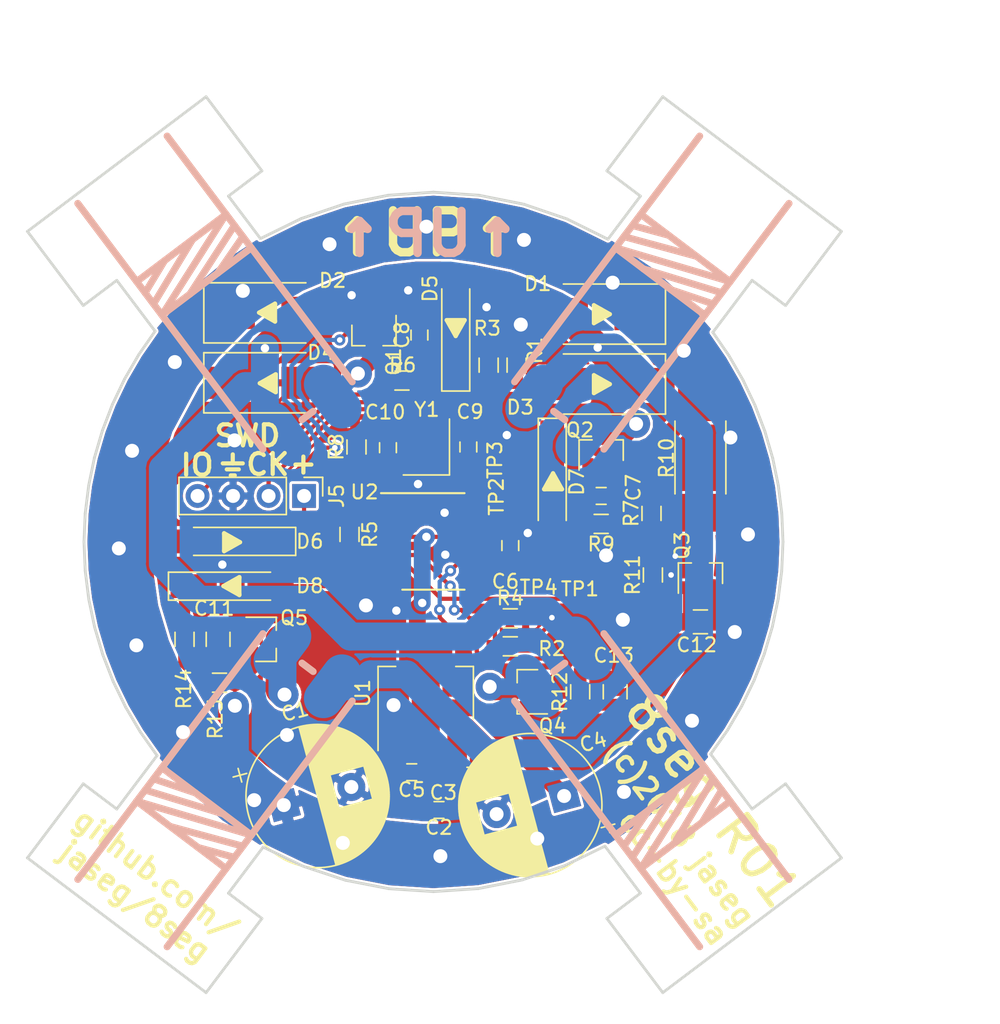
<source format=kicad_pcb>
(kicad_pcb (version 20171130) (host pcbnew "(5.0.1)")
  (layers (0 F.Cu signal) (31 B.Cu signal) (34 B.Paste user) (35 F.Paste user) (36 B.SilkS user) (37 F.SilkS user) (38 B.Mask user) (39 F.Mask user) (44 Edge.Cuts user))
  (net 0 "")
  (net 1 +12V)
  (net 2 GND)
  (net 3 +3V3)
  (net 4 "Net-(C7-Pad2)")
  (net 5 "Net-(C8-Pad1)")
  (net 6 "Net-(C9-Pad1)")
  (net 7 "Net-(C10-Pad1)")
  (net 8 "Net-(C11-Pad2)")
  (net 9 "Net-(C12-Pad1)")
  (net 10 "Net-(C13-Pad1)")
  (net 11 "Net-(D1-Pad2)")
  (net 12 "Net-(D2-Pad2)")
  (net 13 /Vmeas_A)
  (net 14 /Vmeas_B)
  (net 15 "Net-(D7-Pad1)")
  (net 16 /CH2)
  (net 17 /CH3)
  (net 18 "Net-(D8-Pad1)")
  (net 19 /Q2)
  (net 20 /Q0)
  (net 21 /Q3)
  (net 22 /Q1)
  (net 23 /SWCLK)
  (net 24 /SWDIO)
  (net 25 "Net-(R5-Pad1)")
  (net 26 /CH0)
  (net 27 "Net-(R8-Pad1)")
  (net 28 /LOAD)
  (net 29 /CH1)
  (net 30 "Net-(TP1-Pad1)")
  (net 31 "Net-(TP2-Pad1)")
  (net 32 "Net-(TP3-Pad1)")
  (net 33 "Net-(TP4-Pad1)")
  (net 34 "Net-(Q3-Pad3)")
  (module TO_SOT_Packages_SMD:SOT-23 (layer F.Cu) (at 119.1 102.3 90)
    (fp_text reference Q3 (at 2 -1.31 90) (layer F.SilkS))
    (fp_text value AO3400)
    (pad 1 smd rect (at -1 -0.95 90) (size 0.9 0.8) (layers F.Cu F.Paste F.Mask) (net 9 "Net-(C12-Pad1)"))
    (pad 2 smd rect (at -1 0.95 90) (size 0.9 0.8) (layers F.Cu F.Paste F.Mask) (net 2 GND))
    (pad 3 smd rect (at 1 0 90) (size 0.9 0.8) (layers F.Cu F.Paste F.Mask) (net 34 "Net-(Q3-Pad3)"))
  )
  (module Capacitors_SMD:C_0603_HandSoldering (layer F.Cu) (at 100.4 119.2 180)
    (fp_text reference C2 (at 0 -1.25 180) (layer F.SilkS))
    (fp_text value 10u)
    (pad 1 smd rect (at -0.95 0 180) (size 1.2 0.75) (layers F.Cu F.Paste F.Mask) (net 1 +12V))
    (pad 2 smd rect (at 0.95 0 180) (size 1.2 0.75) (layers F.Cu F.Paste F.Mask) (net 2 GND))
  )
  (module Capacitors_SMD:C_0603_HandSoldering (layer F.Cu) (at 102.75 116.75)
    (fp_text reference C3 (at -2.04 1.21) (layer F.SilkS))
    (fp_text value 100n)
    (pad 1 smd rect (at -0.95 0) (size 1.2 0.75) (layers F.Cu F.Paste F.Mask) (net 1 +12V))
    (pad 2 smd rect (at 0.95 0) (size 1.2 0.75) (layers F.Cu F.Paste F.Mask) (net 2 GND))
  )
  (module Capacitors_SMD:C_0603_HandSoldering (layer F.Cu) (at 98.45 116.5 180)
    (fp_text reference C5 (at 0 -1.25 180) (layer F.SilkS))
    (fp_text value 10u)
    (pad 2 smd rect (at 0.95 0 180) (size 1.2 0.75) (layers F.Cu F.Paste F.Mask) (net 2 GND))
    (pad 1 smd rect (at -0.95 0 180) (size 1.2 0.75) (layers F.Cu F.Paste F.Mask) (net 3 +3V3))
  )
  (module Capacitors_SMD:C_0603_HandSoldering (layer F.Cu) (at 105.5 100.3 270)
    (fp_text reference C6 (at 2.56 0.35) (layer F.SilkS))
    (fp_text value 100n)
    (pad 2 smd rect (at 0.95 0 270) (size 1.2 0.75) (layers F.Cu F.Paste F.Mask) (net 2 GND))
    (pad 1 smd rect (at -0.95 0 270) (size 1.2 0.75) (layers F.Cu F.Paste F.Mask) (net 3 +3V3))
  )
  (module Capacitors_SMD:C_0603_HandSoldering (layer F.Cu) (at 112 96.75 180)
    (fp_text reference C7 (at -2.3 0.6 270) (layer F.SilkS))
    (fp_text value 0)
    (pad 2 smd rect (at 0.95 0 180) (size 1.2 0.75) (layers F.Cu F.Paste F.Mask) (net 4 "Net-(C7-Pad2)"))
    (pad 1 smd rect (at -0.95 0 180) (size 1.2 0.75) (layers F.Cu F.Paste F.Mask) (net 1 +12V))
  )
  (module Capacitors_SMD:C_0603_HandSoldering (layer F.Cu) (at 99 85.25 90)
    (fp_text reference C8 (at 0 -1.25 90) (layer F.SilkS))
    (fp_text value 0)
    (pad 1 smd rect (at -0.95 0 90) (size 1.2 0.75) (layers F.Cu F.Paste F.Mask) (net 5 "Net-(C8-Pad1)"))
    (pad 2 smd rect (at 0.95 0 90) (size 1.2 0.75) (layers F.Cu F.Paste F.Mask) (net 2 GND))
  )
  (module Capacitors_SMD:C_0603_HandSoldering (layer F.Cu) (at 102.5 93.25 90)
    (fp_text reference C9 (at 2.52 0.12 180) (layer F.SilkS))
    (fp_text value 12p)
    (pad 2 smd rect (at 0.95 0 90) (size 1.2 0.75) (layers F.Cu F.Paste F.Mask) (net 2 GND))
    (pad 1 smd rect (at -0.95 0 90) (size 1.2 0.75) (layers F.Cu F.Paste F.Mask) (net 6 "Net-(C9-Pad1)"))
  )
  (module Capacitors_SMD:C_0603_HandSoldering (layer F.Cu) (at 96.75 93.3 90)
    (fp_text reference C10 (at 2.54 -0.2) (layer F.SilkS))
    (fp_text value 12p)
    (pad 1 smd rect (at -0.95 0 90) (size 1.2 0.75) (layers F.Cu F.Paste F.Mask) (net 7 "Net-(C10-Pad1)"))
    (pad 2 smd rect (at 0.95 0 90) (size 1.2 0.75) (layers F.Cu F.Paste F.Mask) (net 2 GND))
  )
  (module Capacitors_SMD:C_0805 (layer F.Cu) (at 84.6 107 90)
    (fp_text reference C11 (at 2.21 -0.28 180) (layer F.SilkS))
    (fp_text value 0)
    (pad 1 smd rect (at -1 0 90) (size 1 1.25) (layers F.Cu F.Paste F.Mask) (net 1 +12V))
    (pad 2 smd rect (at 1 0 90) (size 1 1.25) (layers F.Cu F.Paste F.Mask) (net 8 "Net-(C11-Pad2)"))
  )
  (module Capacitors_SMD:C_0805 (layer F.Cu) (at 119.1 105.75)
    (fp_text reference C12 (at -0.27 1.65) (layer F.SilkS))
    (fp_text value 0)
    (pad 1 smd rect (at -1 0) (size 1 1.25) (layers F.Cu F.Paste F.Mask) (net 9 "Net-(C12-Pad1)"))
    (pad 2 smd rect (at 1 0) (size 1 1.25) (layers F.Cu F.Paste F.Mask) (net 2 GND))
  )
  (module Capacitors_SMD:C_0805 (layer F.Cu) (at 113 110.75 90)
    (fp_text reference C13 (at 2.6 -0.1 180) (layer F.SilkS))
    (fp_text value 0)
    (pad 2 smd rect (at 1 0 90) (size 1 1.25) (layers F.Cu F.Paste F.Mask) (net 2 GND))
    (pad 1 smd rect (at -1 0 90) (size 1 1.25) (layers F.Cu F.Paste F.Mask) (net 10 "Net-(C13-Pad1)"))
  )
  (module Diodes_SMD:D_SMB_Handsoldering (layer F.Cu) (at 112 83.75 180)
    (fp_text reference D1 (at 4.54 2.17 180) (layer F.SilkS))
    (fp_text value SS510)
    (pad 1 smd rect (at -2.7 0 180) (size 3.5 2.3) (layers F.Cu F.Paste F.Mask) (net 1 +12V))
    (pad 2 smd rect (at 2.7 0 180) (size 3.5 2.3) (layers F.Cu F.Paste F.Mask) (net 11 "Net-(D1-Pad2)"))
  )
  (module Diodes_SMD:D_SMB_Handsoldering (layer F.Cu) (at 88.178544 83.66248)
    (fp_text reference D2 (at 4.611456 -2.31248) (layer F.SilkS))
    (fp_text value SS510)
    (pad 1 smd rect (at -2.7 0) (size 3.5 2.3) (layers F.Cu F.Paste F.Mask) (net 1 +12V))
    (pad 2 smd rect (at 2.7 0) (size 3.5 2.3) (layers F.Cu F.Paste F.Mask) (net 12 "Net-(D2-Pad2)"))
  )
  (module Diodes_SMD:D_SMB_Handsoldering (layer F.Cu) (at 112 88.75 180)
    (fp_text reference D3 (at 5.79 -1.66 180) (layer F.SilkS))
    (fp_text value SS510)
    (pad 2 smd rect (at 2.7 0 180) (size 3.5 2.3) (layers F.Cu F.Paste F.Mask) (net 2 GND))
    (pad 1 smd rect (at -2.7 0 180) (size 3.5 2.3) (layers F.Cu F.Paste F.Mask) (net 11 "Net-(D1-Pad2)"))
  )
  (module Diodes_SMD:D_SMB_Handsoldering (layer F.Cu) (at 88.178544 88.66248)
    (fp_text reference D4 (at 3.771456 -2.16248) (layer F.SilkS))
    (fp_text value SS510)
    (pad 2 smd rect (at 2.7 0) (size 3.5 2.3) (layers F.Cu F.Paste F.Mask) (net 2 GND))
    (pad 1 smd rect (at -2.7 0) (size 3.5 2.3) (layers F.Cu F.Paste F.Mask) (net 12 "Net-(D2-Pad2)"))
  )
  (module footprints:led_tape_3528_2835 (layer B.Cu) (at 109 91 323)
    (fp_text reference J1 hide)
    (fp_text value "top left" hide)
    (pad 2 smd oval (at 2.25 0 323) (size 2.8 5) (layers B.Cu B.Paste B.Mask) (net 19 /Q2))
    (pad 1 smd oval (at -2.25 0 323) (size 2.8 5) (layers B.Cu B.Paste B.Mask) (net 11 "Net-(D1-Pad2)"))
  )
  (module footprints:led_tape_3528_2835 (layer B.Cu) (at 91 91 37)
    (fp_text reference J2 hide)
    (fp_text value "top right" hide)
    (pad 1 smd oval (at -2.25 0 37) (size 2.8 5) (layers B.Cu B.Paste B.Mask) (net 12 "Net-(D2-Pad2)"))
    (pad 2 smd oval (at 2.25 0 37) (size 2.8 5) (layers B.Cu B.Paste B.Mask) (net 20 /Q0))
  )
  (module footprints:led_tape_3528_2835 (layer B.Cu) (at 91 109 143)
    (fp_text reference J3 hide)
    (fp_text value "bottom right" hide)
    (pad 2 smd oval (at 2.25 0 143) (size 2.8 5) (layers B.Cu B.Paste B.Mask) (net 21 /Q3))
    (pad 1 smd oval (at -2.25 0 143) (size 2.8 5) (layers B.Cu B.Paste B.Mask) (net 11 "Net-(D1-Pad2)"))
  )
  (module footprints:led_tape_3528_2835 (layer B.Cu) (at 109 109 217)
    (fp_text reference J4 hide)
    (fp_text value "bottom left" hide)
    (pad 2 smd oval (at 2.25 0 217) (size 2.8 5) (layers B.Cu B.Paste B.Mask) (net 22 /Q1))
    (pad 1 smd oval (at -2.25 0 217) (size 2.8 5) (layers B.Cu B.Paste B.Mask) (net 12 "Net-(D2-Pad2)"))
  )
  (module Pin_Headers:Pin_Header_Straight_1x04_Pitch2.54mm (layer F.Cu) (at 90.75 96.75 270)
    (fp_text reference J5 (at 0 -2.33 270) (layer F.SilkS))
    (fp_text value SWD)
    (pad 1 thru_hole rect (at 0 0 270) (size 1.7 1.7) (drill 1) (layers *.Cu *.Mask) (net 3 +3V3))
    (pad 2 thru_hole oval (at 0 2.54 270) (size 1.7 1.7) (drill 1) (layers *.Cu *.Mask) (net 23 /SWCLK))
    (pad 3 thru_hole oval (at 0 5.079999 270) (size 1.7 1.7) (drill 1) (layers *.Cu *.Mask) (net 2 GND))
    (pad 4 thru_hole oval (at 0 7.62 270) (size 1.7 1.7) (drill 1) (layers *.Cu *.Mask) (net 24 /SWDIO))
  )
  (module Resistors_SMD:R_0603_HandSoldering (layer F.Cu) (at 105.95 87.4 270)
    (fp_text reference R1 (at -1.04 -1.32 270) (layer F.SilkS))
    (fp_text value 10k)
    (pad 2 smd rect (at 1.1 0 270) (size 1.2 0.9) (layers F.Cu F.Paste F.Mask) (net 13 /Vmeas_A))
    (pad 1 smd rect (at -1.1 0 270) (size 1.2 0.9) (layers F.Cu F.Paste F.Mask) (net 11 "Net-(D1-Pad2)"))
  )
  (module Resistors_SMD:R_0603_HandSoldering (layer F.Cu) (at 105.5 107.5 180)
    (fp_text reference R2 (at -2.97 -0.17 180) (layer F.SilkS))
    (fp_text value 10k)
    (pad 1 smd rect (at -1.1 0 180) (size 1.2 0.9) (layers F.Cu F.Paste F.Mask) (net 12 "Net-(D2-Pad2)"))
    (pad 2 smd rect (at 1.1 0 180) (size 1.2 0.9) (layers F.Cu F.Paste F.Mask) (net 14 /Vmeas_B))
  )
  (module Resistors_SMD:R_0603_HandSoldering (layer F.Cu) (at 103.95 87.4 90)
    (fp_text reference R3 (at 2.63 -0.1 180) (layer F.SilkS))
    (fp_text value 3k3)
    (pad 1 smd rect (at -1.1 0 90) (size 1.2 0.9) (layers F.Cu F.Paste F.Mask) (net 13 /Vmeas_A))
    (pad 2 smd rect (at 1.1 0 90) (size 1.2 0.9) (layers F.Cu F.Paste F.Mask) (net 2 GND))
  )
  (module Resistors_SMD:R_0603_HandSoldering (layer F.Cu) (at 105.5 105.5)
    (fp_text reference R4 (at 0 -1.45) (layer F.SilkS))
    (fp_text value 3k3)
    (pad 2 smd rect (at 1.1 0) (size 1.2 0.9) (layers F.Cu F.Paste F.Mask) (net 2 GND))
    (pad 1 smd rect (at -1.1 0) (size 1.2 0.9) (layers F.Cu F.Paste F.Mask) (net 14 /Vmeas_B))
  )
  (module Resistors_SMD:R_0603_HandSoldering (layer F.Cu) (at 94 99.5 270)
    (fp_text reference R5 (at 0 -1.45 270) (layer F.SilkS))
    (fp_text value 0)
    (pad 1 smd rect (at -1.1 0 270) (size 1.2 0.9) (layers F.Cu F.Paste F.Mask) (net 25 "Net-(R5-Pad1)"))
    (pad 2 smd rect (at 1.1 0 270) (size 1.2 0.9) (layers F.Cu F.Paste F.Mask) (net 3 +3V3))
  )
  (module Resistors_SMD:R_0603_HandSoldering (layer F.Cu) (at 97.75 88.5)
    (fp_text reference R6 (at 0.05 -1.11) (layer F.SilkS))
    (fp_text value 0)
    (pad 1 smd rect (at -1.1 0) (size 1.2 0.9) (layers F.Cu F.Paste F.Mask) (net 5 "Net-(C8-Pad1)"))
    (pad 2 smd rect (at 1.1 0) (size 1.2 0.9) (layers F.Cu F.Paste F.Mask) (net 26 /CH0))
  )
  (module Resistors_SMD:R_0603_HandSoldering (layer F.Cu) (at 115.6 98 90)
    (fp_text reference R7 (at 0 -1.45 90) (layer F.SilkS))
    (fp_text value 10k)
    (pad 2 smd rect (at 1.1 0 90) (size 1.2 0.9) (layers F.Cu F.Paste F.Mask) (net 1 +12V))
    (pad 1 smd rect (at -1.1 0 90) (size 1.2 0.9) (layers F.Cu F.Paste F.Mask) (net 4 "Net-(C7-Pad2)"))
  )
  (module Resistors_SMD:R_0603_HandSoldering (layer F.Cu) (at 94.5 93.25 90)
    (fp_text reference R8 (at 0 -1.45 90) (layer F.SilkS))
    (fp_text value 0)
    (pad 2 smd rect (at 1.1 0 90) (size 1.2 0.9) (layers F.Cu F.Paste F.Mask) (net 2 GND))
    (pad 1 smd rect (at -1.1 0 90) (size 1.2 0.9) (layers F.Cu F.Paste F.Mask) (net 27 "Net-(R8-Pad1)"))
  )
  (module Resistors_SMD:R_0603_HandSoldering (layer F.Cu) (at 112 98.75 180)
    (fp_text reference R9 (at 0 -1.45 180) (layer F.SilkS))
    (fp_text value 0)
    (pad 1 smd rect (at -1.1 0 180) (size 1.2 0.9) (layers F.Cu F.Paste F.Mask) (net 4 "Net-(C7-Pad2)"))
    (pad 2 smd rect (at 1.1 0 180) (size 1.2 0.9) (layers F.Cu F.Paste F.Mask) (net 15 "Net-(D7-Pad1)"))
  )
  (module Resistors_SMD:R_0603_HandSoldering (layer F.Cu) (at 115.7 102.4 90)
    (fp_text reference R11 (at 0 -1.45 90) (layer F.SilkS))
    (fp_text value 0)
    (pad 2 smd rect (at 1.1 0 90) (size 1.2 0.9) (layers F.Cu F.Paste F.Mask) (net 28 /LOAD))
    (pad 1 smd rect (at -1.1 0 90) (size 1.2 0.9) (layers F.Cu F.Paste F.Mask) (net 9 "Net-(C12-Pad1)"))
  )
  (module Resistors_SMD:R_0603_HandSoldering (layer F.Cu) (at 110.5 110.75 90)
    (fp_text reference R12 (at 0 -1.45 90) (layer F.SilkS))
    (fp_text value 0)
    (pad 2 smd rect (at 1.1 0 90) (size 1.2 0.9) (layers F.Cu F.Paste F.Mask) (net 29 /CH1))
    (pad 1 smd rect (at -1.1 0 90) (size 1.2 0.9) (layers F.Cu F.Paste F.Mask) (net 10 "Net-(C13-Pad1)"))
  )
  (module Resistors_SMD:R_0603_HandSoldering (layer F.Cu) (at 84.7 110.1)
    (fp_text reference R13 (at -0.3 2.6 90) (layer F.SilkS))
    (fp_text value 10k)
    (pad 1 smd rect (at -1.1 0) (size 1.2 0.9) (layers F.Cu F.Paste F.Mask) (net 8 "Net-(C11-Pad2)"))
    (pad 2 smd rect (at 1.1 0) (size 1.2 0.9) (layers F.Cu F.Paste F.Mask) (net 1 +12V))
  )
  (module Resistors_SMD:R_0603_HandSoldering (layer F.Cu) (at 82.2 107 90)
    (fp_text reference R14 (at -3.55 -0.05 270) (layer F.SilkS))
    (fp_text value 0)
    (pad 2 smd rect (at 1.1 0 90) (size 1.2 0.9) (layers F.Cu F.Paste F.Mask) (net 18 "Net-(D8-Pad1)"))
    (pad 1 smd rect (at -1.1 0 90) (size 1.2 0.9) (layers F.Cu F.Paste F.Mask) (net 8 "Net-(C11-Pad2)"))
  )
  (module Measurement_Points:Measurement_Point_Square-SMD-Pad_Small (layer F.Cu) (at 110.1 101.6)
    (fp_text reference TP1 (at 0.38 1.8) (layer F.SilkS))
    (fp_text value TestPoint)
    (pad 1 smd rect (at 0 0) (size 1.5 1.5) (layers F.Cu F.Mask) (net 30 "Net-(TP1-Pad1)"))
  )
  (module Measurement_Points:Measurement_Point_Square-SMD-Pad_Small (layer F.Cu) (at 105.9 96.7)
    (fp_text reference TP2 (at -1.39 0.1 90) (layer F.SilkS))
    (fp_text value TestPoint)
    (pad 1 smd rect (at 0 0) (size 1.5 1.5) (layers F.Cu F.Mask) (net 31 "Net-(TP2-Pad1)"))
  )
  (module Measurement_Points:Measurement_Point_Square-SMD-Pad_Small (layer F.Cu) (at 105.9 94.2)
    (fp_text reference TP3 (at -1.5 -0.02 90) (layer F.SilkS))
    (fp_text value TestPoint)
    (pad 1 smd rect (at 0 0) (size 1.5 1.5) (layers F.Cu F.Mask) (net 32 "Net-(TP3-Pad1)"))
  )
  (module Measurement_Points:Measurement_Point_Square-SMD-Pad_Small (layer F.Cu) (at 107.4 101.6)
    (fp_text reference TP4 (at 0.13 1.68) (layer F.SilkS))
    (fp_text value TestPoint)
    (pad 1 smd rect (at 0 0) (size 1.5 1.5) (layers F.Cu F.Mask) (net 33 "Net-(TP4-Pad1)"))
  )
  (module Crystals:Crystal_SMD_3225-4pin_3.2x2.5mm (layer F.Cu) (at 99.5 93.25 90)
    (fp_text reference Y1 (at 2.68 0.03 180) (layer F.SilkS))
    (fp_text value 8MHz)
    (pad 1 smd rect (at -1.1 0.85 90) (size 1.4 1.2) (layers F.Cu F.Paste F.Mask) (net 6 "Net-(C9-Pad1)"))
    (pad 2 smd rect (at 1.1 0.85 90) (size 1.4 1.2) (layers F.Cu F.Paste F.Mask) (net 2 GND))
    (pad 3 smd rect (at 1.1 -0.85 90) (size 1.4 1.2) (layers F.Cu F.Paste F.Mask) (net 7 "Net-(C10-Pad1)"))
    (pad 4 smd rect (at -1.1 -0.85 90) (size 1.4 1.2) (layers F.Cu F.Paste F.Mask) (net 2 GND))
  )
  (module TO_SOT_Packages_SMD:SOT-23 (layer F.Cu) (at 95.75 85.25 270)
    (fp_text reference Q1 (at 1.9 -1.41 270) (layer F.SilkS))
    (fp_text value AO3400)
    (pad 1 smd rect (at -1 -0.95 270) (size 0.9 0.8) (layers F.Cu F.Paste F.Mask) (net 5 "Net-(C8-Pad1)"))
    (pad 2 smd rect (at -1 0.95 270) (size 0.9 0.8) (layers F.Cu F.Paste F.Mask) (net 2 GND))
    (pad 3 smd rect (at 1 0 270) (size 0.9 0.8) (layers F.Cu F.Paste F.Mask) (net 20 /Q0))
  )
  (module TO_SOT_Packages_SMD:SOT-23 (layer F.Cu) (at 112 93.5 90)
    (fp_text reference Q2 (at 1.46 -1.52 180) (layer F.SilkS))
    (fp_text value AO3401)
    (pad 3 smd rect (at 1 0 90) (size 0.9 0.8) (layers F.Cu F.Paste F.Mask) (net 19 /Q2))
    (pad 2 smd rect (at -1 0.95 90) (size 0.9 0.8) (layers F.Cu F.Paste F.Mask) (net 1 +12V))
    (pad 1 smd rect (at -1 -0.95 90) (size 0.9 0.8) (layers F.Cu F.Paste F.Mask) (net 4 "Net-(C7-Pad2)"))
  )
  (module TO_SOT_Packages_SMD:SOT-23 (layer F.Cu) (at 106.75 110.75 180)
    (fp_text reference Q4 (at -1.78 -2.44 180) (layer F.SilkS))
    (fp_text value AO3400)
    (pad 3 smd rect (at 1 0 180) (size 0.9 0.8) (layers F.Cu F.Paste F.Mask) (net 22 /Q1))
    (pad 2 smd rect (at -1 0.95 180) (size 0.9 0.8) (layers F.Cu F.Paste F.Mask) (net 2 GND))
    (pad 1 smd rect (at -1 -0.95 180) (size 0.9 0.8) (layers F.Cu F.Paste F.Mask) (net 10 "Net-(C13-Pad1)"))
  )
  (module TO_SOT_Packages_SMD:SOT-23 (layer F.Cu) (at 88 107)
    (fp_text reference Q5 (at 2.04 -1.54) (layer F.SilkS))
    (fp_text value AO3401)
    (pad 1 smd rect (at -1 -0.95) (size 0.9 0.8) (layers F.Cu F.Paste F.Mask) (net 8 "Net-(C11-Pad2)"))
    (pad 2 smd rect (at -1 0.95) (size 0.9 0.8) (layers F.Cu F.Paste F.Mask) (net 1 +12V))
    (pad 3 smd rect (at 1 0) (size 0.9 0.8) (layers F.Cu F.Paste F.Mask) (net 21 /Q3))
  )
  (module TO_SOT_Packages_SMD:SOT-223-3Lead_TabPin2 (layer F.Cu) (at 99.45 110.85 90)
    (fp_text reference U1 (at 0 -4.5 90) (layer F.SilkS))
    (fp_text value AP1117-33)
    (pad 2 smd rect (at 3.15 0 90) (size 2 3.8) (layers F.Cu F.Paste F.Mask) (net 3 +3V3))
    (pad 2 smd rect (at -3.15 0 90) (size 2 1.5) (layers F.Cu F.Paste F.Mask) (net 3 +3V3))
    (pad 3 smd rect (at -3.15 2.3 90) (size 2 1.5) (layers F.Cu F.Paste F.Mask) (net 1 +12V))
    (pad 1 smd rect (at -3.15 -2.3 90) (size 2 1.5) (layers F.Cu F.Paste F.Mask) (net 2 GND))
  )
  (module Housings_SSOP:TSSOP-20_4.4x6.5mm_Pitch0.65mm (layer F.Cu) (at 100 100)
    (fp_text reference U2 (at -4.93 -3.53 180) (layer F.SilkS))
    (fp_text value STM32F030F4P6)
    (pad 1 smd rect (at -2.95 -2.925) (size 1.45 0.45) (layers F.Cu F.Paste F.Mask) (net 27 "Net-(R8-Pad1)"))
    (pad 2 smd rect (at -2.95 -2.275) (size 1.45 0.45) (layers F.Cu F.Paste F.Mask) (net 7 "Net-(C10-Pad1)"))
    (pad 3 smd rect (at -2.95 -1.625) (size 1.45 0.45) (layers F.Cu F.Paste F.Mask) (net 6 "Net-(C9-Pad1)"))
    (pad 4 smd rect (at -2.95 -0.975) (size 1.45 0.45) (layers F.Cu F.Paste F.Mask) (net 25 "Net-(R5-Pad1)"))
    (pad 5 smd rect (at -2.95 -0.325) (size 1.45 0.45) (layers F.Cu F.Paste F.Mask) (net 3 +3V3))
    (pad 6 smd rect (at -2.95 0.325) (size 1.45 0.45) (layers F.Cu F.Paste F.Mask) (net 13 /Vmeas_A))
    (pad 7 smd rect (at -2.95 0.975) (size 1.45 0.45) (layers F.Cu F.Paste F.Mask) (net 14 /Vmeas_B))
    (pad 8 smd rect (at -2.95 1.625) (size 1.45 0.45) (layers F.Cu F.Paste F.Mask) (net 28 /LOAD))
    (pad 9 smd rect (at -2.95 2.275) (size 1.45 0.45) (layers F.Cu F.Paste F.Mask) (net 26 /CH0))
    (pad 10 smd rect (at -2.95 2.925) (size 1.45 0.45) (layers F.Cu F.Paste F.Mask) (net 17 /CH3))
    (pad 11 smd rect (at 2.95 2.925) (size 1.45 0.45) (layers F.Cu F.Paste F.Mask) (net 30 "Net-(TP1-Pad1)"))
    (pad 12 smd rect (at 2.95 2.275) (size 1.45 0.45) (layers F.Cu F.Paste F.Mask) (net 16 /CH2))
    (pad 13 smd rect (at 2.95 1.625) (size 1.45 0.45) (layers F.Cu F.Paste F.Mask) (net 29 /CH1))
    (pad 14 smd rect (at 2.95 0.975) (size 1.45 0.45) (layers F.Cu F.Paste F.Mask) (net 33 "Net-(TP4-Pad1)"))
    (pad 15 smd rect (at 2.95 0.325) (size 1.45 0.45) (layers F.Cu F.Paste F.Mask) (net 2 GND))
    (pad 16 smd rect (at 2.95 -0.325) (size 1.45 0.45) (layers F.Cu F.Paste F.Mask) (net 3 +3V3))
    (pad 17 smd rect (at 2.95 -0.975) (size 1.45 0.45) (layers F.Cu F.Paste F.Mask) (net 31 "Net-(TP2-Pad1)"))
    (pad 18 smd rect (at 2.95 -1.625) (size 1.45 0.45) (layers F.Cu F.Paste F.Mask) (net 32 "Net-(TP3-Pad1)"))
    (pad 19 smd rect (at 2.95 -2.275) (size 1.45 0.45) (layers F.Cu F.Paste F.Mask) (net 24 /SWDIO))
    (pad 20 smd rect (at 2.95 -2.925) (size 1.45 0.45) (layers F.Cu F.Paste F.Mask) (net 23 /SWCLK))
  )
  (module Diodes_SMD:D_MiniMELF_Handsoldering (layer F.Cu) (at 101.6 84.7 90)
    (fp_text reference D5 (at 2.77 -1.84 90) (layer F.SilkS))
    (fp_text value D_Schottky)
    (pad 1 smd rect (at -2.75 0 90) (size 3.3 1.7) (layers F.Cu F.Paste F.Mask) (net 13 /Vmeas_A))
    (pad 2 smd rect (at 2.75 0 90) (size 3.3 1.7) (layers F.Cu F.Paste F.Mask) (net 2 GND))
  )
  (module Diodes_SMD:D_MiniMELF_Handsoldering (layer F.Cu) (at 85.6 100 180)
    (fp_text reference D6 (at -5.56 0 180) (layer F.SilkS))
    (fp_text value D_Schottky)
    (pad 2 smd rect (at 2.75 0 180) (size 3.3 1.7) (layers F.Cu F.Paste F.Mask) (net 2 GND))
    (pad 1 smd rect (at -2.75 0 180) (size 3.3 1.7) (layers F.Cu F.Paste F.Mask) (net 14 /Vmeas_B))
  )
  (module Diodes_SMD:D_MiniMELF_Handsoldering (layer F.Cu) (at 108.5 95.75 270)
    (fp_text reference D7 (at 0 -1.75 270) (layer F.SilkS))
    (fp_text value 8V2)
    (pad 1 smd rect (at -2.75 0 270) (size 3.3 1.7) (layers F.Cu F.Paste F.Mask) (net 15 "Net-(D7-Pad1)"))
    (pad 2 smd rect (at 2.75 0 270) (size 3.3 1.7) (layers F.Cu F.Paste F.Mask) (net 16 /CH2))
  )
  (module Diodes_SMD:D_MiniMELF_Handsoldering (layer F.Cu) (at 85.6 103.2)
    (fp_text reference D8 (at 5.56 -0.02) (layer F.SilkS))
    (fp_text value 8V2)
    (pad 2 smd rect (at 2.75 0) (size 3.3 1.7) (layers F.Cu F.Paste F.Mask) (net 17 /CH3))
    (pad 1 smd rect (at -2.75 0) (size 3.3 1.7) (layers F.Cu F.Paste F.Mask) (net 18 "Net-(D8-Pad1)"))
  )
  (module Resistors_SMD:R_2512_HandSoldering (layer F.Cu) (at 119.1 94 270)
    (fp_text reference R10 (at 0.04 2.43 270) (layer F.SilkS))
    (fp_text value 620)
    (pad 1 smd rect (at -3.95 0 270) (size 2.7 3.2) (layers F.Cu F.Paste F.Mask) (net 1 +12V))
    (pad 2 smd rect (at 3.95 0 270) (size 2.7 3.2) (layers F.Cu F.Paste F.Mask) (net 34 "Net-(Q3-Pad3)"))
  )
  (module Capacitor_THT:CP_Radial_D10.0mm_P5.00mm (layer F.Cu) (at 89.3 118.85 15)
    (fp_text reference C1 (at 2.5 -6.25 15) (layer F.SilkS))
    (fp_text value 1000uF)
    (pad 1 thru_hole rect (at 0 0 15) (size 2 2) (drill 1) (layers *.Cu *.Mask) (net 1 +12V))
    (pad 2 thru_hole circle (at 5 0 15) (size 2 2) (drill 1) (layers *.Cu *.Mask) (net 2 GND))
  )
  (module Capacitor_THT:CP_Radial_D10.0mm_P5.00mm (layer F.Cu) (at 109.35 118.2 195)
    (fp_text reference C4 (at -3.002991 3.170812 195) (layer F.SilkS))
    (fp_text value 470uF)
    (pad 2 thru_hole circle (at 5 0 195) (size 2 2) (drill 1) (layers *.Cu *.Mask) (net 2 GND))
    (pad 1 thru_hole rect (at 0 0 195) (size 2 2) (drill 1) (layers *.Cu *.Mask) (net 3 +3V3))
  )
  (gr_text ▶ (at 101.7 84.75 270) (layer F.SilkS) (effects (font (size 1.5 1.5) (thickness 0.3))))
  (gr_text ▶ (at 85.55 103.3 180) (layer F.SilkS) (effects (font (size 1.5 1.5) (thickness 0.3))))
  (gr_text ▶ (at 85.6 99.95) (layer F.SilkS) (effects (font (size 1.5 1.5) (thickness 0.3))))
  (gr_text ▶ (at 108.45 95.7 90) (layer F.SilkS) (effects (font (size 1.5 1.5) (thickness 0.3))))
  (gr_text ▶ (at 112.05 88.65) (layer F.SilkS) (effects (font (size 1.5 1.5) (thickness 0.3))))
  (gr_text ▶ (at 112.05 83.65) (layer F.SilkS) (effects (font (size 1.5 1.5) (thickness 0.3))))
  (gr_text ▶ (at 88.15 88.8 180) (layer F.SilkS) (effects (font (size 1.5 1.5) (thickness 0.3))))
  (gr_text ▶ (at 88.1 83.75 180) (layer F.SilkS) (effects (font (size 1.5 1.5) (thickness 0.3))))
  (gr_text SWD (at 86.7 92.45) (layer F.SilkS) (effects (font (size 1.5 1.5) (thickness 0.3))))
  (gr_text ⏚ (at 85.65 94.6) (layer F.SilkS) (effects (font (size 1.5 1.5) (thickness 0.3))))
  (gr_text + (at 90.7 94.4) (layer F.SilkS) (effects (font (size 1.5 1.5) (thickness 0.3))))
  (gr_text CK (at 88.15 94.5) (layer F.SilkS) (effects (font (size 1.5 1.5) (thickness 0.3))))
  (gr_text IO (at 83.1 94.55) (layer F.SilkS) (effects (font (size 1.5 1.5) (thickness 0.3))))
  (gr_text "github.com/\njaseg/8seg" (at 79.4 124.75 323) (layer F.SilkS) (effects (font (size 1.5 1.5) (thickness 0.3))))
  (gr_text cc-by-sa (at 117.2 124.05 307) (layer F.SilkS) (effects (font (size 1.5 1.5) (thickness 0.3))))
  (gr_text "(c)2018 jaseg" (at 117.65 120.85 307) (layer F.SilkS) (effects (font (size 1.5 1.5) (thickness 0.3))))
  (gr_text "8seg R01" (at 119.95 118.5 307) (layer F.SilkS) (effects (font (size 2.5 2.5) (thickness 0.4))))
  (gr_text ↑UP↑ (at 99.65 78.02) (layer B.SilkS) (effects (font (size 3 3) (thickness 0.6)) (justify mirror)))
  (gr_text ↑UP↑ (at 99.47 77.97) (layer F.SilkS) (effects (font (size 3 3) (thickness 0.6))))
  (gr_line (start 87.734397 126.954928) (end 85.338677 125.149868) (layer Edge.Cuts) (width 0.2))
  (gr_line (start 106.465884 75.89492) (end 103.270972 75.254001) (layer Edge.Cuts) (width 0.2))
  (gr_line (start 76.352368 108.104843) (end 77.093294 110.011692) (layer Edge.Cuts) (width 0.2))
  (gr_line (start 79.036744 113.623425) (end 80.232527 115.308608) (layer Edge.Cuts) (width 0.2))
  (gr_line (start 87.822757 121.852908) (end 90.697186 123.228025) (layer Edge.Cuts) (width 0.2))
  (gr_line (start 93.710813 124.223111) (end 96.826221 124.828395) (layer Edge.Cuts) (width 0.2))
  (gr_line (start 78.929922 86.638822) (end 77.911504 88.38735) (layer Edge.Cuts) (width 0.2))
  (gr_line (start 77.04041 90.206583) (end 76.319817 92.087114) (layer Edge.Cuts) (width 0.2))
  (gr_line (start 122.141986 88.456383) (end 121.136903 86.715469) (layer Edge.Cuts) (width 0.2))
  (gr_line (start 122.79221 119.131118) (end 119.83528 115.207318) (layer Edge.Cuts) (width 0.2))
  (gr_line (start 119.83528 115.207318) (end 121.01661 113.530637) (layer Edge.Cuts) (width 0.2))
  (gr_line (start 75.092805 98.002431) (end 75.005977 100.034088) (layer Edge.Cuts) (width 0.2))
  (gr_line (start 100.005997 75.034062) (end 96.768574 75.252799) (layer Edge.Cuts) (width 0.2))
  (gr_line (start 116.40448 68.209156) (end 112.4099 73.510124) (layer Edge.Cuts) (width 0.2))
  (gr_line (start 125.18793 117.326058) (end 122.79221 119.131118) (layer Edge.Cuts) (width 0.2))
  (gr_line (start 76.319817 92.087114) (end 75.752901 94.019537) (layer Edge.Cuts) (width 0.2))
  (gr_line (start 123.669763 108.046376) (end 124.246251 106.099016) (layer Edge.Cuts) (width 0.2))
  (gr_line (start 77.352087 119.131118) (end 74.956367 117.326058) (layer Edge.Cuts) (width 0.2))
  (gr_line (start 77.911504 88.38735) (end 77.04041 90.206583) (layer Edge.Cuts) (width 0.2))
  (gr_line (start 122.937137 109.940526) (end 123.669763 108.046376) (layer Edge.Cuts) (width 0.2))
  (gr_line (start 116.40448 132.255888) (end 129.18252 122.626508) (layer Edge.Cuts) (width 0.2))
  (gr_line (start 112.4099 73.510124) (end 114.80562 75.315182) (layer Edge.Cuts) (width 0.2))
  (gr_line (start 74.956367 83.138996) (end 77.352087 81.333936) (layer Edge.Cuts) (width 0.2))
  (gr_line (start 93.599788 75.88552) (end 90.539076 76.921661) (layer Edge.Cuts) (width 0.2))
  (gr_line (start 121.01661 113.530637) (end 122.051658 111.771826) (layer Edge.Cuts) (width 0.2))
  (gr_line (start 125.00603 100.034088) (end 124.921104 98.015835) (layer Edge.Cuts) (width 0.2))
  (gr_line (start 129.18252 122.626508) (end 125.18793 117.326058) (layer Edge.Cuts) (width 0.2))
  (gr_line (start 100.005997 125.034108) (end 103.21 124.82) (layer Edge.Cuts) (width 0.2))
  (gr_line (start 75.752901 94.019537) (end 75.342838 95.994445) (layer Edge.Cuts) (width 0.2))
  (gr_line (start 80.092487 84.970406) (end 78.929922 86.638822) (layer Edge.Cuts) (width 0.2))
  (gr_line (start 122.79221 81.333936) (end 125.18793 83.138996) (layer Edge.Cuts) (width 0.2))
  (gr_line (start 124.246251 106.099016) (end 124.663315 104.108088) (layer Edge.Cuts) (width 0.2))
  (gr_line (start 125.18793 83.138996) (end 129.18252 77.838546) (layer Edge.Cuts) (width 0.2))
  (gr_line (start 114.80562 75.315182) (end 112.48379 78.396126) (layer Edge.Cuts) (width 0.2))
  (gr_line (start 112.4099 126.954928) (end 116.40448 132.255888) (layer Edge.Cuts) (width 0.2))
  (gr_line (start 123.712166 92.136879) (end 123.001438 90.266596) (layer Edge.Cuts) (width 0.2))
  (gr_line (start 77.989209 111.854503) (end 79.036744 113.623425) (layer Edge.Cuts) (width 0.2))
  (gr_line (start 124.663315 104.108088) (end 124.91767 102.083232) (layer Edge.Cuts) (width 0.2))
  (gr_line (start 106.347479 124.200305) (end 109.380181 123.185159) (layer Edge.Cuts) (width 0.2))
  (gr_line (start 122.051658 111.771826) (end 122.937137 109.940526) (layer Edge.Cuts) (width 0.2))
  (gr_line (start 103.270972 75.254001) (end 100.005997 75.034062) (layer Edge.Cuts) (width 0.2))
  (gr_line (start 121.136903 86.715469) (end 119.98928 85.053086) (layer Edge.Cuts) (width 0.2))
  (gr_line (start 90.539076 76.921661) (end 87.625877 78.350656) (layer Edge.Cuts) (width 0.2))
  (gr_line (start 75.342838 95.994445) (end 75.092805 98.002431) (layer Edge.Cuts) (width 0.2))
  (gr_line (start 109.550301 76.945927) (end 106.465884 75.89492) (layer Edge.Cuts) (width 0.2))
  (gr_line (start 124.91767 102.083232) (end 125.00603 100.034088) (layer Edge.Cuts) (width 0.2))
  (gr_line (start 129.18252 77.838546) (end 116.40448 68.209156) (layer Edge.Cuts) (width 0.2))
  (gr_line (start 96.826221 124.828395) (end 100.005997 125.034108) (layer Edge.Cuts) (width 0.2))
  (gr_line (start 75.005977 100.034088) (end 75.093236 102.098579) (layer Edge.Cuts) (width 0.2))
  (gr_line (start 80.232527 115.308608) (end 77.352087 119.131118) (layer Edge.Cuts) (width 0.2))
  (gr_line (start 109.380181 123.185159) (end 112.26985 121.784698) (layer Edge.Cuts) (width 0.2))
  (gr_line (start 124.921104 98.015835) (end 124.67509 96.020729) (layer Edge.Cuts) (width 0.2))
  (gr_line (start 70.961777 122.626508) (end 83.739807 132.255888) (layer Edge.Cuts) (width 0.2))
  (gr_line (start 70.961777 77.838546) (end 74.956367 83.138996) (layer Edge.Cuts) (width 0.2))
  (gr_line (start 124.271081 94.058) (end 123.712166 92.136879) (layer Edge.Cuts) (width 0.2))
  (gr_line (start 96.768574 75.252799) (end 93.599788 75.88552) (layer Edge.Cuts) (width 0.2))
  (gr_line (start 77.352087 81.333936) (end 80.092487 84.970406) (layer Edge.Cuts) (width 0.2))
  (gr_line (start 124.67509 96.020729) (end 124.271081 94.058) (layer Edge.Cuts) (width 0.2))
  (gr_line (start 75.769803 106.143808) (end 76.352368 108.104843) (layer Edge.Cuts) (width 0.2))
  (gr_line (start 112.48379 78.396126) (end 109.550301 76.945927) (layer Edge.Cuts) (width 0.2))
  (gr_line (start 74.956367 117.326058) (end 70.961777 122.626508) (layer Edge.Cuts) (width 0.2))
  (gr_line (start 87.625877 78.350656) (end 85.338677 75.315182) (layer Edge.Cuts) (width 0.2))
  (gr_line (start 83.739807 132.255888) (end 87.734397 126.954928) (layer Edge.Cuts) (width 0.2))
  (gr_line (start 112.26985 121.784698) (end 114.80562 125.149868) (layer Edge.Cuts) (width 0.2))
  (gr_line (start 75.348968 104.138436) (end 75.769803 106.143808) (layer Edge.Cuts) (width 0.2))
  (gr_line (start 85.338677 125.149868) (end 87.822757 121.852908) (layer Edge.Cuts) (width 0.2))
  (gr_line (start 90.697186 123.228025) (end 93.710813 124.223111) (layer Edge.Cuts) (width 0.2))
  (gr_line (start 119.98928 85.053086) (end 122.79221 81.333936) (layer Edge.Cuts) (width 0.2))
  (gr_line (start 77.093294 110.011692) (end 77.989209 111.854503) (layer Edge.Cuts) (width 0.2))
  (gr_line (start 83.739807 68.209156) (end 70.961777 77.838546) (layer Edge.Cuts) (width 0.2))
  (gr_line (start 75.093236 102.098579) (end 75.348968 104.138436) (layer Edge.Cuts) (width 0.2))
  (gr_line (start 123.001438 90.266596) (end 122.141986 88.456383) (layer Edge.Cuts) (width 0.2))
  (gr_line (start 85.338677 75.315182) (end 87.734397 73.510124) (layer Edge.Cuts) (width 0.2))
  (gr_line (start 87.734397 73.510124) (end 83.739807 68.209156) (layer Edge.Cuts) (width 0.2))
  (gr_line (start 114.80562 125.149868) (end 112.4099 126.954928) (layer Edge.Cuts) (width 0.2))
  (gr_line (start 103.21 124.82) (end 106.347479 124.200305) (layer Edge.Cuts) (width 0.2))
  (segment (start 87 108.9) (end 85.8 110.1) (width 1.2) (layer F.Cu) (net 1))
  (segment (start 87 107.95) (end 87 108.9) (width 1.2) (layer F.Cu) (net 1))
  (segment (start 84.6 108.9) (end 85.8 110.1) (width 1.2) (layer F.Cu) (net 1))
  (segment (start 84.6 108) (end 84.6 108.9) (width 1.2) (layer F.Cu) (net 1))
  (segment (start 113.1 96.9) (end 112.95 96.75) (width 1.2) (layer F.Cu) (net 1))
  (segment (start 115.6 96.9) (end 113.1 96.9) (width 1.2) (layer F.Cu) (net 1))
  (segment (start 114.65 94.5) (end 119.1 90.05) (width 1.2) (layer F.Cu) (net 1))
  (segment (start 112.95 94.5) (end 114.65 94.5) (width 1.2) (layer F.Cu) (net 1))
  (segment (start 112.95 96.75) (end 112.95 94.5) (width 1.2) (layer F.Cu) (net 1))
  (segment (start 101.8 116.75) (end 101.8 114.05) (width 1.2) (layer F.Cu) (net 1))
  (segment (start 101.8 114.05) (end 101.75 114) (width 1.2) (layer F.Cu) (net 1))
  (segment (start 101.8 118.75) (end 101.35 119.2) (width 1.2) (layer F.Cu) (net 1))
  (segment (start 101.8 116.75) (end 101.8 118.75) (width 1.2) (layer F.Cu) (net 1))
  (segment (start 101.35 119.2) (end 101.35 120.6) (width 2) (layer F.Cu) (net 1))
  (via (at 85.799992 111.750008) (size 1.2) (drill 0.6) (layers F.Cu B.Cu) (net 1))
  (segment (start 89.3 118.85) (end 85.799992 115.349992) (width 2) (layer B.Cu) (net 1))
  (segment (start 85.799992 112.598536) (end 85.799992 111.750008) (width 2) (layer B.Cu) (net 1))
  (segment (start 85.799992 115.349992) (end 85.799992 112.598536) (width 2) (layer B.Cu) (net 1))
  (via (at 92.571589 78.755737) (size 2) (drill 1) (layers F.Cu B.Cu) (net 1))
  (via (at 86.370323 82.09101) (size 2) (drill 1) (layers F.Cu B.Cu) (net 1))
  (via (at 81.503225 87.17934) (size 2) (drill 1) (layers F.Cu B.Cu) (net 1))
  (via (at 78.44672 93.522646) (size 2) (drill 1) (layers F.Cu B.Cu) (net 1))
  (via (at 77.5 100.5) (size 2) (drill 1) (layers F.Cu B.Cu) (net 1))
  (via (at 78.755737 107.428411) (size 2) (drill 1) (layers F.Cu B.Cu) (net 1))
  (via (at 82.09101 113.629677) (size 2) (drill 1) (layers F.Cu B.Cu) (net 1))
  (via (at 87.17934 118.496775) (size 2) (drill 1) (layers F.Cu B.Cu) (net 1))
  (via (at 93.522646 121.55328) (size 2) (drill 1) (layers F.Cu B.Cu) (net 1))
  (via (at 100.5 122.5) (size 2) (drill 1) (layers F.Cu B.Cu) (net 1))
  (via (at 107.428411 121.244263) (size 2) (drill 1) (layers F.Cu B.Cu) (net 1))
  (via (at 113.629677 117.90899) (size 2) (drill 1) (layers F.Cu B.Cu) (net 1))
  (via (at 118.496775 112.82066) (size 2) (drill 1) (layers F.Cu B.Cu) (net 1))
  (via (at 121.55328 106.477354) (size 2) (drill 1) (layers F.Cu B.Cu) (net 1))
  (via (at 122.5 99.5) (size 2) (drill 1) (layers F.Cu B.Cu) (net 1))
  (via (at 121.244263 92.571589) (size 2) (drill 1) (layers F.Cu B.Cu) (net 1))
  (via (at 117.90899 86.370323) (size 2) (drill 1) (layers F.Cu B.Cu) (net 1))
  (via (at 112.82066 81.503225) (size 2) (drill 1) (layers F.Cu B.Cu) (net 1))
  (via (at 106.477354 78.44672) (size 2) (drill 1) (layers F.Cu B.Cu) (net 1))
  (via (at 99.5 77.5) (size 2) (drill 1) (layers F.Cu B.Cu) (net 1))
  (segment (start 85.8 110.1) (end 85.8 111.75) (width 0.25) (layer F.Cu) (net 1))
  (via (at 85.799992 111.750008) (size 2) (drill 1) (layers F.Cu B.Cu) (net 1))
  (segment (start 85.8 111.75) (end 85.799992 111.750008) (width 0.25) (layer F.Cu) (net 1))
  (via (at 95.175 104.575) (size 2) (drill 1) (layers F.Cu B.Cu) (net 2))
  (segment (start 105.5 101.025) (end 105.5 101.25) (width 0.3) (layer F.Cu) (net 2))
  (segment (start 104.8 100.325) (end 105.5 101.025) (width 0.3) (layer F.Cu) (net 2))
  (segment (start 102.95 100.325) (end 104.8 100.325) (width 0.3) (layer F.Cu) (net 2))
  (via (at 98.9 95.9) (size 1.2) (drill 0.6) (layers F.Cu B.Cu) (net 2))
  (segment (start 98.65 94.35) (end 98.65 95.65) (width 0.3) (layer F.Cu) (net 2))
  (segment (start 98.65 95.65) (end 98.9 95.9) (width 0.3) (layer F.Cu) (net 2))
  (via (at 105.25 92.4) (size 1.2) (drill 0.6) (layers F.Cu B.Cu) (net 2))
  (segment (start 109.3 88.75) (end 108.7 88.75) (width 0.3) (layer F.Cu) (net 2))
  (segment (start 105.25 92.2) (end 105.25 92.4) (width 0.3) (layer F.Cu) (net 2))
  (segment (start 108.7 88.75) (end 105.25 92.2) (width 0.3) (layer F.Cu) (net 2))
  (segment (start 101.6 81.95) (end 98.3 81.95) (width 0.3) (layer F.Cu) (net 2))
  (via (at 98.2 82.05) (size 1.2) (drill 0.6) (layers F.Cu B.Cu) (net 2))
  (segment (start 98.3 81.95) (end 98.2 82.05) (width 0.3) (layer F.Cu) (net 2))
  (via (at 84.903097 101.658975) (size 1.2) (drill 0.6) (layers F.Cu B.Cu) (net 2))
  (segment (start 82.85 100) (end 83.244122 100) (width 0.3) (layer F.Cu) (net 2))
  (segment (start 83.244122 100) (end 84.903097 101.658975) (width 0.3) (layer F.Cu) (net 2))
  (segment (start 97.15 114) (end 97.15 111.7) (width 0.3) (layer F.Cu) (net 2))
  (segment (start 97.15 110.8) (end 97 110.65) (width 0.3) (layer F.Cu) (net 2))
  (via (at 97.35 104.95) (size 1.2) (drill 0.6) (layers F.Cu B.Cu) (net 2))
  (segment (start 97 110.65) (end 97 105.3) (width 0.3) (layer F.Cu) (net 2))
  (segment (start 97 105.3) (end 97.35 104.95) (width 0.3) (layer F.Cu) (net 2))
  (via (at 100.85 100.95) (size 1.2) (drill 0.6) (layers F.Cu B.Cu) (net 2))
  (segment (start 102.95 100.325) (end 101.475 100.325) (width 0.3) (layer F.Cu) (net 2))
  (segment (start 101.475 100.325) (end 100.85 100.95) (width 0.3) (layer F.Cu) (net 2))
  (via (at 100.8 97.95) (size 1.2) (drill 0.6) (layers F.Cu B.Cu) (net 2))
  (segment (start 98.9 95.9) (end 98.9 96.05) (width 0.3) (layer B.Cu) (net 2))
  (segment (start 98.9 96.05) (end 100.8 97.95) (width 0.3) (layer B.Cu) (net 2))
  (via (at 106.75 99.4) (size 1.2) (drill 0.6) (layers F.Cu B.Cu) (net 2))
  (segment (start 105.5 101.25) (end 106.75 100) (width 0.3) (layer F.Cu) (net 2))
  (segment (start 106.75 100) (end 106.75 99.4) (width 0.3) (layer F.Cu) (net 2))
  (segment (start 103.95 85.1) (end 103.95 86.3) (width 0.3) (layer F.Cu) (net 2))
  (via (at 103.8 83.25) (size 1.2) (drill 0.6) (layers F.Cu B.Cu) (net 2))
  (segment (start 103.8 83.25) (end 103.95 85.1) (width 0.3) (layer F.Cu) (net 2))
  (via (at 106.25 84.5) (size 2) (drill 1) (layers F.Cu B.Cu) (net 2))
  (segment (start 106.5 84.5) (end 106.25 84.5) (width 0.3) (layer F.Cu) (net 2))
  (segment (start 109.3 88.75) (end 109.3 87.3) (width 0.3) (layer F.Cu) (net 2))
  (segment (start 109.3 87.3) (end 106.5 84.5) (width 0.3) (layer F.Cu) (net 2))
  (via (at 113.55 105.6) (size 2) (drill 1) (layers F.Cu B.Cu) (net 2))
  (segment (start 97.15 110.8) (end 97.15 110.8) (width 0.3) (layer F.Cu) (net 2))
  (segment (start 97.15 111.7) (end 97.15 110.8) (width 0.3) (layer F.Cu) (net 2))
  (via (at 97.15 111.7) (size 2) (drill 1) (layers F.Cu B.Cu) (net 2))
  (segment (start 106.749999 104.600001) (end 106.6 104.75) (width 0.3) (layer F.Cu) (net 2))
  (segment (start 106.6 104.75) (end 106.6 105.5) (width 0.3) (layer F.Cu) (net 2))
  (segment (start 112.550001 104.600001) (end 106.749999 104.600001) (width 0.3) (layer F.Cu) (net 2))
  (segment (start 113.55 105.6) (end 112.550001 104.600001) (width 0.3) (layer F.Cu) (net 2))
  (via (at 89.525 113.839991) (size 2) (drill 1) (layers F.Cu B.Cu) (net 2))
  (segment (start 120.05 104.95) (end 119.4 105.6) (width 1.2) (layer F.Cu) (net 2))
  (segment (start 120.05 103.3) (end 120.05 104.95) (width 1.2) (layer F.Cu) (net 2))
  (segment (start 119.45 103.3) (end 119.25 103.1) (width 0.2) (layer F.Cu) (net 2))
  (segment (start 119.25 103.1) (end 119.25 103.05) (width 0.2) (layer F.Cu) (net 2))
  (segment (start 119.55 103.3) (end 117.4 101.15) (width 0.2) (layer F.Cu) (net 2))
  (segment (start 119.55 103.3) (end 119.45 103.3) (width 0.2) (layer F.Cu) (net 2))
  (segment (start 120.05 103.3) (end 119.55 103.3) (width 0.2) (layer F.Cu) (net 2))
  (segment (start 113.149999 100.200001) (end 112.35 101) (width 0.2) (layer F.Cu) (net 2))
  (via (at 112.35 101) (size 2) (drill 1) (layers F.Cu B.Cu) (net 2))
  (segment (start 116.450001 100.200001) (end 113.149999 100.200001) (width 0.2) (layer F.Cu) (net 2))
  (via (at 117.3 101.05) (size 0.8) (drill 0.4) (layers F.Cu B.Cu) (net 2))
  (segment (start 117.4 101.15) (end 117.3 101.05) (width 0.2) (layer F.Cu) (net 2))
  (segment (start 117.3 101.05) (end 116.450001 100.200001) (width 0.2) (layer F.Cu) (net 2))
  (via (at 117 102.4) (size 0.8) (drill 0.4) (layers F.Cu B.Cu) (net 2))
  (segment (start 117.3 101.05) (end 117.3 102.1) (width 0.2) (layer F.Cu) (net 2))
  (segment (start 117.3 102.1) (end 117 102.4) (width 0.2) (layer F.Cu) (net 2))
  (segment (start 119.55 105.75) (end 119.4 105.6) (width 0.2) (layer F.Cu) (net 2))
  (segment (start 120.1 105.75) (end 119.55 105.75) (width 0.2) (layer F.Cu) (net 2))
  (via (at 94.15 82.4) (size 1.2) (drill 0.6) (layers F.Cu B.Cu) (net 2))
  (segment (start 94.8 84.25) (end 94.8 83.05) (width 0.5) (layer F.Cu) (net 2))
  (segment (start 94.8 83.05) (end 94.15 82.4) (width 0.5) (layer F.Cu) (net 2))
  (via (at 85.775634 92.775634) (size 2) (drill 1) (layers F.Cu B.Cu) (net 2))
  (segment (start 86.16539 92.775634) (end 85.775634 92.775634) (width 0.25) (layer F.Cu) (net 2))
  (segment (start 90.878544 88.66248) (end 90.278544 88.66248) (width 0.25) (layer F.Cu) (net 2))
  (segment (start 90.278544 88.66248) (end 86.16539 92.775634) (width 0.25) (layer F.Cu) (net 2))
  (segment (start 94.775 99.675) (end 94 100.45) (width 0.3) (layer F.Cu) (net 3))
  (segment (start 97.05 99.675) (end 94.775 99.675) (width 0.3) (layer F.Cu) (net 3))
  (segment (start 105.175 99.675) (end 105.5 99.35) (width 0.3) (layer F.Cu) (net 3))
  (segment (start 102.95 99.675) (end 105.175 99.675) (width 0.3) (layer F.Cu) (net 3))
  (segment (start 99.45 116.45) (end 99.4 116.5) (width 1.2) (layer F.Cu) (net 3))
  (segment (start 99.45 114) (end 99.45 116.45) (width 1.2) (layer F.Cu) (net 3))
  (segment (start 103.05 111.9) (end 99.45 111.9) (width 1.2) (layer F.Cu) (net 3))
  (segment (start 99.45 114) (end 99.45 111.9) (width 2) (layer F.Cu) (net 3))
  (segment (start 109.35 118.2) (end 103.05 111.9) (width 1.2) (layer F.Cu) (net 3))
  (segment (start 99.45 111.9) (end 99.45 107.7) (width 2) (layer F.Cu) (net 3))
  (segment (start 94 100.6) (end 94 100.45) (width 0.3) (layer F.Cu) (net 3))
  (segment (start 90.75 98.3) (end 90.75 96.75) (width 0.3) (layer F.Cu) (net 3))
  (segment (start 94 100.45) (end 92.9 100.45) (width 0.3) (layer F.Cu) (net 3))
  (segment (start 92.9 100.45) (end 90.75 98.3) (width 0.3) (layer F.Cu) (net 3))
  (via (at 99.2 104.4) (size 1.2) (drill 0.6) (layers F.Cu B.Cu) (net 3))
  (via (at 99.5 99.675) (size 1.2) (drill 0.6) (layers F.Cu B.Cu) (net 3))
  (segment (start 99.2 99.975) (end 99.5 99.675) (width 1.2) (layer B.Cu) (net 3))
  (segment (start 99.2 104.4) (end 99.2 99.975) (width 1.2) (layer B.Cu) (net 3))
  (segment (start 102.95 99.675) (end 99.5 99.675) (width 0.3) (layer F.Cu) (net 3))
  (segment (start 99.5 99.675) (end 97.05 99.675) (width 0.3) (layer F.Cu) (net 3))
  (segment (start 98.85 104.75) (end 99.2 104.4) (width 1.2) (layer F.Cu) (net 3))
  (segment (start 99.45 107.7) (end 98.85 107.1) (width 1.2) (layer F.Cu) (net 3))
  (segment (start 98.85 107.1) (end 98.85 104.75) (width 1.2) (layer F.Cu) (net 3))
  (segment (start 113.45 99.1) (end 113.1 98.75) (width 0.5) (layer F.Cu) (net 4))
  (segment (start 115.6 99.1) (end 113.45 99.1) (width 0.5) (layer F.Cu) (net 4))
  (segment (start 113.05 98.75) (end 111.05 96.75) (width 0.5) (layer F.Cu) (net 4))
  (segment (start 113.1 98.75) (end 113.05 98.75) (width 0.5) (layer F.Cu) (net 4))
  (segment (start 111.05 94.5) (end 111.05 96.75) (width 0.5) (layer F.Cu) (net 4))
  (segment (start 96.75 84.3) (end 96.7 84.25) (width 0.5) (layer F.Cu) (net 5))
  (segment (start 96.7 84.3) (end 97.6 85.2) (width 0.5) (layer F.Cu) (net 5))
  (segment (start 96.7 84.25) (end 96.7 84.3) (width 0.5) (layer F.Cu) (net 5))
  (segment (start 99 86.2) (end 98.125 86.2) (width 0.5) (layer F.Cu) (net 5))
  (segment (start 97.6 85.2) (end 97.6 86.2) (width 0.5) (layer F.Cu) (net 5))
  (segment (start 98.125 86.2) (end 97.6 86.2) (width 0.5) (layer F.Cu) (net 5))
  (segment (start 97.6 86.6) (end 96.65 87.55) (width 0.5) (layer F.Cu) (net 5))
  (segment (start 97.6 86.2) (end 97.6 86.6) (width 0.5) (layer F.Cu) (net 5))
  (segment (start 96.65 87.55) (end 96.65 88.5) (width 0.5) (layer F.Cu) (net 5))
  (segment (start 102.35 94.35) (end 102.5 94.2) (width 0.3) (layer F.Cu) (net 6))
  (segment (start 100.35 94.35) (end 102.35 94.35) (width 0.3) (layer F.Cu) (net 6))
  (segment (start 100.35 96.15712) (end 100.35 95.35) (width 0.3) (layer F.Cu) (net 6))
  (segment (start 100.35 95.35) (end 100.35 94.35) (width 0.3) (layer F.Cu) (net 6))
  (segment (start 98.13212 98.375) (end 100.35 96.15712) (width 0.3) (layer F.Cu) (net 6))
  (segment (start 97.05 98.375) (end 98.13212 98.375) (width 0.3) (layer F.Cu) (net 6))
  (segment (start 96.75 94.05) (end 98.65 92.15) (width 0.3) (layer F.Cu) (net 7))
  (segment (start 96.75 94.25) (end 96.75 94.05) (width 0.3) (layer F.Cu) (net 7))
  (segment (start 96.75 95.15) (end 98.5 96.9) (width 0.3) (layer F.Cu) (net 7))
  (segment (start 96.75 94.25) (end 96.75 95.15) (width 0.3) (layer F.Cu) (net 7))
  (segment (start 98.5 97.3) (end 98.075 97.725) (width 0.3) (layer F.Cu) (net 7))
  (segment (start 98.5 96.9) (end 98.5 97.3) (width 0.3) (layer F.Cu) (net 7))
  (segment (start 98.075 97.725) (end 97.05 97.725) (width 0.3) (layer F.Cu) (net 7))
  (segment (start 84.3 106) (end 84.6 106) (width 0.8) (layer F.Cu) (net 8))
  (segment (start 82.2 108.1) (end 84.3 106) (width 0.8) (layer F.Cu) (net 8))
  (segment (start 84.6 106) (end 86.95 106) (width 0.8) (layer F.Cu) (net 8))
  (segment (start 86.95 106) (end 87 106.05) (width 0.8) (layer F.Cu) (net 8))
  (segment (start 82.2 108.7) (end 83.6 110.1) (width 0.8) (layer F.Cu) (net 8))
  (segment (start 82.2 108.1) (end 82.2 108.7) (width 0.8) (layer F.Cu) (net 8))
  (segment (start 118.1 103.35) (end 118.15 103.3) (width 0.5) (layer F.Cu) (net 9))
  (segment (start 118.1 105.75) (end 118.1 103.35) (width 0.5) (layer F.Cu) (net 9))
  (segment (start 117.95 103.5) (end 118.15 103.3) (width 0.5) (layer F.Cu) (net 9))
  (segment (start 115.7 103.5) (end 117.95 103.5) (width 0.5) (layer F.Cu) (net 9))
  (segment (start 110.4 111.75) (end 110.5 111.85) (width 0.3) (layer F.Cu) (net 10))
  (segment (start 110.35 111.7) (end 110.5 111.85) (width 0.5) (layer F.Cu) (net 10))
  (segment (start 107.75 111.7) (end 110.35 111.7) (width 0.5) (layer F.Cu) (net 10))
  (segment (start 112.9 111.85) (end 113 111.75) (width 0.5) (layer F.Cu) (net 10))
  (segment (start 110.5 111.85) (end 112.9 111.85) (width 0.5) (layer F.Cu) (net 10))
  (segment (start 114.360002 88.75) (end 114.7 88.75) (width 2) (layer F.Cu) (net 11))
  (via (at 111.75 86.139998) (size 1.2) (drill 0.6) (layers F.Cu B.Cu) (net 11))
  (segment (start 109.3 83.75) (end 109.360002 83.75) (width 2) (layer F.Cu) (net 11))
  (segment (start 109.360002 83.75) (end 111.75 86.139998) (width 2) (layer F.Cu) (net 11))
  (segment (start 111.75 86.139998) (end 114.360002 88.75) (width 2) (layer F.Cu) (net 11))
  (segment (start 110.708988 86.139998) (end 107.20307 89.645916) (width 2) (layer B.Cu) (net 11))
  (segment (start 111.75 86.139998) (end 110.708988 86.139998) (width 2) (layer B.Cu) (net 11))
  (segment (start 105.95 86.15) (end 104.7 84.9) (width 0.3) (layer F.Cu) (net 11))
  (segment (start 104.7 84.9) (end 104.7 84.051998) (width 0.3) (layer F.Cu) (net 11))
  (segment (start 105.95 86.3) (end 105.95 86.15) (width 0.3) (layer F.Cu) (net 11))
  (segment (start 104.7 84.051998) (end 105.601999 83.149999) (width 0.3) (layer F.Cu) (net 11))
  (segment (start 105.601999 83.149999) (end 108.099999 83.149999) (width 0.3) (layer F.Cu) (net 11))
  (segment (start 108.7 83.75) (end 109.3 83.75) (width 0.3) (layer F.Cu) (net 11))
  (segment (start 108.099999 83.149999) (end 108.7 83.75) (width 0.3) (layer F.Cu) (net 11))
  (segment (start 119 92.25) (end 112.889998 86.139998) (width 2) (layer B.Cu) (net 11))
  (segment (start 119 106.8) (end 119 92.25) (width 2) (layer B.Cu) (net 11))
  (segment (start 94.649919 110.354084) (end 95.504004 109.499999) (width 2) (layer B.Cu) (net 11))
  (segment (start 92.79693 110.354084) (end 94.649919 110.354084) (width 2) (layer B.Cu) (net 11))
  (segment (start 95.504004 109.499999) (end 98.074999 109.499999) (width 2) (layer B.Cu) (net 11))
  (segment (start 110.65 115.15) (end 119 106.8) (width 2) (layer B.Cu) (net 11))
  (segment (start 98.074999 109.499999) (end 103.725 115.15) (width 2) (layer B.Cu) (net 11))
  (segment (start 112.889998 86.139998) (end 111.75 86.139998) (width 2) (layer B.Cu) (net 11))
  (segment (start 103.725 115.15) (end 110.65 115.15) (width 2) (layer B.Cu) (net 11))
  (segment (start 90.878544 83.66248) (end 90.478544 83.66248) (width 2) (layer F.Cu) (net 12))
  (segment (start 85.478544 88.66248) (end 87.95 86.191024) (width 2) (layer F.Cu) (net 12))
  (via (at 87.95 86.191024) (size 1.2) (drill 0.6) (layers F.Cu B.Cu) (net 12))
  (segment (start 90.478544 83.66248) (end 87.95 86.191024) (width 2) (layer F.Cu) (net 12))
  (segment (start 87.95 91.101014) (end 89.20307 92.354084) (width 2) (layer B.Cu) (net 12))
  (segment (start 80.649999 101.599999) (end 80.649999 94.789999) (width 2) (layer B.Cu) (net 12))
  (segment (start 83.219326 104.169326) (end 80.649999 101.599999) (width 2) (layer B.Cu) (net 12))
  (segment (start 86.539998 88.9) (end 87.95 88.9) (width 2) (layer B.Cu) (net 12))
  (segment (start 91.419326 104.169326) (end 83.219326 104.169326) (width 2) (layer B.Cu) (net 12))
  (segment (start 94.05 106.8) (end 91.419326 104.169326) (width 2) (layer B.Cu) (net 12))
  (segment (start 87.95 88.9) (end 87.95 91.101014) (width 2) (layer B.Cu) (net 12))
  (segment (start 80.649999 94.789999) (end 86.539998 88.9) (width 2) (layer B.Cu) (net 12))
  (segment (start 87.95 86.191024) (end 87.95 88.9) (width 2) (layer B.Cu) (net 12))
  (segment (start 104.55 105) (end 102.75 106.8) (width 2) (layer B.Cu) (net 12))
  (segment (start 108.151014 105) (end 104.55 105) (width 2) (layer B.Cu) (net 12))
  (segment (start 102.75 106.8) (end 94.05 106.8) (width 2) (layer B.Cu) (net 12))
  (segment (start 110.79693 107.645916) (end 109 105.848986) (width 2) (layer B.Cu) (net 12))
  (segment (start 109 105.848986) (end 108.151014 105) (width 2) (layer B.Cu) (net 12))
  (segment (start 106.75 107.5) (end 108.475 105.775) (width 0.3) (layer F.Cu) (net 12))
  (segment (start 108.998987 105.849999) (end 108.874999 105.849999) (width 0.3) (layer B.Cu) (net 12))
  (segment (start 106.6 107.5) (end 106.75 107.5) (width 0.3) (layer F.Cu) (net 12))
  (segment (start 108.874999 105.849999) (end 108.475 105.45) (width 0.3) (layer B.Cu) (net 12))
  (via (at 108.475 105.45) (size 0.8) (drill 0.4) (layers F.Cu B.Cu) (net 12))
  (segment (start 109 105.848986) (end 108.998987 105.849999) (width 0.3) (layer B.Cu) (net 12))
  (segment (start 108.475 105.775) (end 108.475 105.45) (width 0.3) (layer F.Cu) (net 12))
  (segment (start 105.95 88.5) (end 103.95 88.5) (width 0.3) (layer F.Cu) (net 13))
  (segment (start 102.65 88.5) (end 101.6 87.45) (width 0.3) (layer F.Cu) (net 13))
  (segment (start 103.95 88.5) (end 102.65 88.5) (width 0.3) (layer F.Cu) (net 13))
  (segment (start 89.85 89.65) (end 90.45 90.25) (width 0.3) (layer B.Cu) (net 13))
  (via (at 93.3 85.6) (size 0.8) (drill 0.4) (layers F.Cu B.Cu) (net 13))
  (segment (start 94.580035 101.699967) (end 95.955002 100.325) (width 0.3) (layer F.Cu) (net 13))
  (segment (start 95.955002 100.325) (end 96.025 100.325) (width 0.3) (layer F.Cu) (net 13))
  (segment (start 93.369964 101.699968) (end 94.580035 101.699967) (width 0.3) (layer F.Cu) (net 13))
  (segment (start 89.85 87.45) (end 89.85 89.65) (width 0.3) (layer B.Cu) (net 13))
  (segment (start 91.75 91.75) (end 91.75 92.1) (width 0.3) (layer B.Cu) (net 13))
  (segment (start 96.025 100.325) (end 97.05 100.325) (width 0.3) (layer F.Cu) (net 13))
  (segment (start 91.869998 93.3) (end 89.410001 95.759997) (width 0.3) (layer F.Cu) (net 13))
  (segment (start 90.45 90.45) (end 91.75 91.75) (width 0.3) (layer B.Cu) (net 13))
  (segment (start 93.3 85.6) (end 91.7 85.6) (width 0.3) (layer B.Cu) (net 13))
  (segment (start 92.95 93.3) (end 91.869998 93.3) (width 0.3) (layer F.Cu) (net 13))
  (segment (start 89.410001 97.740003) (end 93.369964 101.699968) (width 0.3) (layer F.Cu) (net 13))
  (segment (start 90.45 90.25) (end 90.45 90.45) (width 0.3) (layer B.Cu) (net 13))
  (segment (start 89.410001 95.759997) (end 89.410001 97.740003) (width 0.3) (layer F.Cu) (net 13))
  (segment (start 91.7 85.6) (end 89.85 87.45) (width 0.3) (layer B.Cu) (net 13))
  (segment (start 91.75 92.1) (end 92.95 93.3) (width 0.3) (layer B.Cu) (net 13))
  (via (at 92.95 93.3) (size 0.8) (drill 0.4) (layers F.Cu B.Cu) (net 13))
  (segment (start 93.699999 85.200001) (end 93.3 85.6) (width 0.3) (layer F.Cu) (net 13))
  (segment (start 95.330002 85.2) (end 93.699999 85.200001) (width 0.3) (layer F.Cu) (net 13))
  (segment (start 95.8 84.730002) (end 95.330002 85.2) (width 0.3) (layer F.Cu) (net 13))
  (segment (start 95.8 83.669998) (end 95.8 84.730002) (width 0.3) (layer F.Cu) (net 13))
  (segment (start 96.069998 83.4) (end 95.8 83.669998) (width 0.3) (layer F.Cu) (net 13))
  (segment (start 97.2 83.4) (end 96.069998 83.4) (width 0.3) (layer F.Cu) (net 13))
  (segment (start 98.20001 85.10001) (end 98.20001 84.40001) (width 0.3) (layer F.Cu) (net 13))
  (segment (start 101.6 86.65) (end 100.2 85.25) (width 0.3) (layer F.Cu) (net 13))
  (segment (start 101.6 87.45) (end 101.6 86.65) (width 0.3) (layer F.Cu) (net 13))
  (segment (start 100.2 85.25) (end 98.35 85.25) (width 0.3) (layer F.Cu) (net 13))
  (segment (start 98.35 85.25) (end 98.20001 85.10001) (width 0.3) (layer F.Cu) (net 13))
  (segment (start 98.20001 84.40001) (end 97.2 83.4) (width 0.3) (layer F.Cu) (net 13))
  (segment (start 104.4 107.5) (end 104.4 105.5) (width 0.3) (layer F.Cu) (net 14))
  (segment (start 104.4 105.5) (end 102.6 105.5) (width 0.3) (layer F.Cu) (net 14))
  (via (at 101.5 104.9) (size 0.8) (drill 0.4) (layers F.Cu B.Cu) (net 14))
  (segment (start 102.6 105.5) (end 102 104.9) (width 0.3) (layer F.Cu) (net 14))
  (segment (start 102 104.9) (end 101.5 104.9) (width 0.3) (layer F.Cu) (net 14))
  (via (at 101.2 103.2) (size 0.8) (drill 0.4) (layers F.Cu B.Cu) (net 14))
  (segment (start 101.5 104.9) (end 101.5 103.5) (width 0.3) (layer B.Cu) (net 14))
  (segment (start 101.5 103.5) (end 101.2 103.2) (width 0.3) (layer B.Cu) (net 14))
  (segment (start 98.975 100.975) (end 97.05 100.975) (width 0.3) (layer F.Cu) (net 14))
  (segment (start 101.2 103.2) (end 98.975 100.975) (width 0.3) (layer F.Cu) (net 14))
  (segment (start 93.162855 102.199978) (end 94.800022 102.199978) (width 0.3) (layer F.Cu) (net 14))
  (segment (start 88.35 100) (end 90.962876 100) (width 0.3) (layer F.Cu) (net 14))
  (segment (start 96.025 100.975) (end 97.05 100.975) (width 0.3) (layer F.Cu) (net 14))
  (segment (start 94.800022 102.199978) (end 96.025 100.975) (width 0.3) (layer F.Cu) (net 14))
  (segment (start 90.962876 100) (end 93.162855 102.199978) (width 0.3) (layer F.Cu) (net 14))
  (segment (start 110.75 98.75) (end 109.9 97.9) (width 0.3) (layer F.Cu) (net 15))
  (segment (start 110.9 98.75) (end 110.75 98.75) (width 0.3) (layer F.Cu) (net 15))
  (segment (start 108.5 94.95) (end 108.5 93) (width 0.3) (layer F.Cu) (net 15))
  (segment (start 109.9 96.35) (end 108.5 94.95) (width 0.3) (layer F.Cu) (net 15))
  (segment (start 109.9 97.9) (end 109.9 96.35) (width 0.3) (layer F.Cu) (net 15))
  (segment (start 103.975 102.275) (end 104.65 102.95) (width 0.3) (layer F.Cu) (net 16))
  (segment (start 102.95 102.275) (end 103.975 102.275) (width 0.3) (layer F.Cu) (net 16))
  (segment (start 108.5 102.630002) (end 108.5 100.45) (width 0.3) (layer F.Cu) (net 16))
  (segment (start 108.180002 102.95) (end 108.5 102.630002) (width 0.3) (layer F.Cu) (net 16))
  (segment (start 108.5 100.45) (end 108.5 98.5) (width 0.3) (layer F.Cu) (net 16))
  (segment (start 104.65 102.95) (end 108.180002 102.95) (width 0.3) (layer F.Cu) (net 16))
  (segment (start 90.3 103.2) (end 88.35 103.2) (width 0.3) (layer F.Cu) (net 17))
  (segment (start 97.05 102.925) (end 96.55 102.925) (width 0.3) (layer F.Cu) (net 17))
  (segment (start 96.55 102.925) (end 96.275 103.2) (width 0.3) (layer F.Cu) (net 17))
  (segment (start 96.275 103.2) (end 90.3 103.2) (width 0.3) (layer F.Cu) (net 17))
  (segment (start 82.2 103.85) (end 82.85 103.2) (width 0.8) (layer F.Cu) (net 18))
  (segment (start 82.2 105.9) (end 82.2 103.85) (width 0.8) (layer F.Cu) (net 18))
  (via (at 114.5 91.6) (size 2) (drill 1) (layers F.Cu B.Cu) (net 19))
  (segment (start 112 92.5) (end 113.6 92.5) (width 1.2) (layer F.Cu) (net 19))
  (segment (start 113.6 92.5) (end 114.5 91.6) (width 1.2) (layer F.Cu) (net 19))
  (segment (start 111.551014 91.6) (end 110.79693 92.354084) (width 1.2) (layer B.Cu) (net 19))
  (segment (start 114.5 91.6) (end 111.551014 91.6) (width 1.2) (layer B.Cu) (net 19))
  (via (at 94.6 88) (size 2) (drill 1) (layers F.Cu B.Cu) (net 20))
  (segment (start 94.8 87.8) (end 94.6 88) (width 1.2) (layer F.Cu) (net 20))
  (segment (start 94.442846 88) (end 92.79693 89.645916) (width 1.2) (layer B.Cu) (net 20))
  (segment (start 94.6 88) (end 94.442846 88) (width 1.2) (layer B.Cu) (net 20))
  (segment (start 95.75 86.85) (end 94.6 88) (width 1.2) (layer F.Cu) (net 20))
  (segment (start 95.75 86.25) (end 95.75 86.85) (width 1.2) (layer F.Cu) (net 20))
  (via (at 89.35 110.95) (size 2) (drill 1) (layers F.Cu B.Cu) (net 21))
  (segment (start 89 110.6) (end 89.35 110.95) (width 2) (layer F.Cu) (net 21))
  (segment (start 89 107) (end 89 110.6) (width 2) (layer F.Cu) (net 21))
  (segment (start 89.20307 110.80307) (end 89.35 110.95) (width 2) (layer B.Cu) (net 21))
  (segment (start 89.20307 107.645916) (end 89.20307 110.80307) (width 2) (layer B.Cu) (net 21))
  (via (at 104.02466 110.386712) (size 2) (drill 1) (layers F.Cu B.Cu) (net 22))
  (segment (start 107.170442 110.386712) (end 107.20307 110.354084) (width 1.2) (layer B.Cu) (net 22))
  (segment (start 104.02466 110.386712) (end 107.170442 110.386712) (width 1.2) (layer B.Cu) (net 22))
  (segment (start 104.387948 110.75) (end 104.02466 110.386712) (width 1.2) (layer F.Cu) (net 22))
  (segment (start 105.75 110.75) (end 104.387948 110.75) (width 1.2) (layer F.Cu) (net 22))
  (segment (start 102.95 96.55) (end 102.95 97.075) (width 0.3) (layer F.Cu) (net 23))
  (segment (start 103.225001 96.274999) (end 102.95 96.55) (width 0.3) (layer F.Cu) (net 23))
  (segment (start 103.225001 91.419999) (end 103.225001 96.274999) (width 0.3) (layer F.Cu) (net 23))
  (segment (start 88.21 96.75) (end 88.21 95.690001) (width 0.3) (layer F.Cu) (net 23))
  (segment (start 88.21 95.690001) (end 92.737498 91.162503) (width 0.3) (layer F.Cu) (net 23))
  (segment (start 92.737498 91.162503) (end 93.322768 91.162502) (width 0.3) (layer F.Cu) (net 23))
  (segment (start 93.322768 91.162502) (end 93.93527 90.55) (width 0.3) (layer F.Cu) (net 23))
  (segment (start 102.355002 90.55) (end 103.225001 91.419999) (width 0.3) (layer F.Cu) (net 23))
  (segment (start 93.93527 90.55) (end 102.355002 90.55) (width 0.3) (layer F.Cu) (net 23))
  (segment (start 93.728159 90.049989) (end 103.279991 90.049989) (width 0.3) (layer F.Cu) (net 24))
  (segment (start 103.975 97.725) (end 102.95 97.725) (width 0.3) (layer F.Cu) (net 24))
  (segment (start 93.115656 90.662492) (end 93.728159 90.049989) (width 0.3) (layer F.Cu) (net 24))
  (segment (start 104.05 97.65) (end 103.975 97.725) (width 0.3) (layer F.Cu) (net 24))
  (segment (start 84.78 95.1) (end 88.092879 95.1) (width 0.3) (layer F.Cu) (net 24))
  (segment (start 83.13 96.75) (end 84.78 95.1) (width 0.3) (layer F.Cu) (net 24))
  (segment (start 92.530387 90.662492) (end 93.115656 90.662492) (width 0.3) (layer F.Cu) (net 24))
  (segment (start 88.092879 95.1) (end 92.530387 90.662492) (width 0.3) (layer F.Cu) (net 24))
  (segment (start 103.279991 90.049989) (end 104.05 90.819998) (width 0.3) (layer F.Cu) (net 24))
  (segment (start 104.05 90.819998) (end 104.05 97.65) (width 0.3) (layer F.Cu) (net 24))
  (segment (start 94.625 99.025) (end 94 98.4) (width 0.3) (layer F.Cu) (net 25))
  (segment (start 97.05 99.025) (end 94.625 99.025) (width 0.3) (layer F.Cu) (net 25))
  (segment (start 95.667878 102.275) (end 97.05 102.275) (width 0.3) (layer F.Cu) (net 26))
  (segment (start 95.242889 102.699989) (end 95.667878 102.275) (width 0.3) (layer F.Cu) (net 26))
  (segment (start 92.908545 90.162481) (end 92.323276 90.162481) (width 0.3) (layer F.Cu) (net 26))
  (segment (start 93.571026 89.5) (end 92.908545 90.162481) (width 0.3) (layer F.Cu) (net 26))
  (segment (start 98.85 88.5) (end 98.7 88.5) (width 0.3) (layer F.Cu) (net 26))
  (segment (start 97.7 89.5) (end 93.571026 89.5) (width 0.3) (layer F.Cu) (net 26))
  (segment (start 83.504008 94.59999) (end 81.929999 96.173999) (width 0.3) (layer F.Cu) (net 26))
  (segment (start 81.929999 96.173999) (end 81.929999 98.129999) (width 0.3) (layer F.Cu) (net 26))
  (segment (start 98.7 88.5) (end 97.7 89.5) (width 0.3) (layer F.Cu) (net 26))
  (segment (start 87.885767 94.59999) (end 83.504008 94.59999) (width 0.3) (layer F.Cu) (net 26))
  (segment (start 81.929999 98.129999) (end 84.110001 98.129999) (width 0.3) (layer F.Cu) (net 26))
  (segment (start 92.323276 90.162481) (end 87.885767 94.59999) (width 0.3) (layer F.Cu) (net 26))
  (segment (start 86.1 100.119998) (end 86.1 100.880002) (width 0.3) (layer F.Cu) (net 26))
  (segment (start 84.110001 98.129999) (end 86.1 100.119998) (width 0.3) (layer F.Cu) (net 26))
  (segment (start 86.1 100.880002) (end 86.419998 101.2) (width 0.3) (layer F.Cu) (net 26))
  (segment (start 86.419998 101.2) (end 91.455756 101.2) (width 0.3) (layer F.Cu) (net 26))
  (segment (start 91.455756 101.2) (end 92.955745 102.699989) (width 0.3) (layer F.Cu) (net 26))
  (segment (start 92.955745 102.699989) (end 95.242889 102.699989) (width 0.3) (layer F.Cu) (net 26))
  (segment (start 97.05 97.075) (end 95.225 97.075) (width 0.3) (layer F.Cu) (net 27))
  (segment (start 94.5 96.35) (end 94.5 94.35) (width 0.3) (layer F.Cu) (net 27))
  (segment (start 95.225 97.075) (end 94.5 96.35) (width 0.3) (layer F.Cu) (net 27))
  (segment (start 111.549999 104.100001) (end 100.550001 104.100001) (width 0.3) (layer F.Cu) (net 28))
  (segment (start 100.550001 104.100001) (end 98.075 101.625) (width 0.3) (layer F.Cu) (net 28))
  (segment (start 98.075 101.625) (end 97.05 101.625) (width 0.3) (layer F.Cu) (net 28))
  (segment (start 115.7 101.3) (end 114.35 101.3) (width 0.3) (layer F.Cu) (net 28))
  (segment (start 114.35 101.3) (end 111.549999 104.100001) (width 0.3) (layer F.Cu) (net 28))
  (via (at 101.225 102.1) (size 0.8) (drill 0.4) (layers F.Cu B.Cu) (net 29))
  (segment (start 102.95 101.625) (end 101.7 101.625) (width 0.3) (layer F.Cu) (net 29))
  (segment (start 101.7 101.625) (end 101.225 102.1) (width 0.3) (layer F.Cu) (net 29))
  (segment (start 101.225 102.1) (end 100.45 102.875) (width 0.3) (layer B.Cu) (net 29))
  (segment (start 100.45 102.875) (end 100.45 104.875) (width 0.3) (layer B.Cu) (net 29))
  (via (at 100.45 104.875) (size 0.8) (drill 0.4) (layers F.Cu B.Cu) (net 29))
  (segment (start 100.45 105.440685) (end 101.059315 106.05) (width 0.3) (layer F.Cu) (net 29))
  (segment (start 100.45 104.875) (end 100.45 105.440685) (width 0.3) (layer F.Cu) (net 29))
  (segment (start 101.059315 106.05) (end 102.625 106.05) (width 0.3) (layer F.Cu) (net 29))
  (segment (start 102.625 106.05) (end 103.1 106.525) (width 0.3) (layer F.Cu) (net 29))
  (segment (start 103.1 107.880002) (end 103.594998 108.375) (width 0.3) (layer F.Cu) (net 29))
  (segment (start 103.1 106.525) (end 103.1 107.880002) (width 0.3) (layer F.Cu) (net 29))
  (segment (start 109.75 109.65) (end 110.5 109.65) (width 0.3) (layer F.Cu) (net 29))
  (segment (start 108.475 108.375) (end 109.75 109.65) (width 0.3) (layer F.Cu) (net 29))
  (segment (start 103.594998 108.375) (end 108.475 108.375) (width 0.3) (layer F.Cu) (net 29))
  (segment (start 103.45 102.925) (end 103.975 103.45) (width 0.3) (layer F.Cu) (net 30))
  (segment (start 102.95 102.925) (end 103.45 102.925) (width 0.3) (layer F.Cu) (net 30))
  (segment (start 110.1 102.65) (end 110.1 101.6) (width 0.3) (layer F.Cu) (net 30))
  (segment (start 103.975 103.45) (end 109.3 103.45) (width 0.3) (layer F.Cu) (net 30))
  (segment (start 109.3 103.45) (end 110.1 102.65) (width 0.3) (layer F.Cu) (net 30))
  (segment (start 105.9 96.7) (end 105.9 97.1) (width 0.3) (layer F.Cu) (net 31))
  (segment (start 104.08924 99.025) (end 105.9 97.21424) (width 0.3) (layer F.Cu) (net 31))
  (segment (start 105.9 97.21424) (end 105.9 96.7) (width 0.3) (layer F.Cu) (net 31))
  (segment (start 102.95 99.025) (end 104.08924 99.025) (width 0.3) (layer F.Cu) (net 31))
  (segment (start 104.03212 98.375) (end 104.55001 97.85711) (width 0.3) (layer F.Cu) (net 32))
  (segment (start 102.95 98.375) (end 104.03212 98.375) (width 0.3) (layer F.Cu) (net 32))
  (segment (start 104.85 94.2) (end 105.9 94.2) (width 0.3) (layer F.Cu) (net 32))
  (segment (start 104.55001 94.49999) (end 104.85 94.2) (width 0.3) (layer F.Cu) (net 32))
  (segment (start 104.55001 97.85711) (end 104.55001 94.49999) (width 0.3) (layer F.Cu) (net 32))
  (segment (start 103.975 100.975) (end 104.6 101.6) (width 0.3) (layer F.Cu) (net 33))
  (segment (start 102.95 100.975) (end 103.975 100.975) (width 0.3) (layer F.Cu) (net 33))
  (segment (start 106.799999 102.200001) (end 107.4 101.6) (width 0.3) (layer F.Cu) (net 33))
  (segment (start 104.6 101.955002) (end 104.844999 102.200001) (width 0.3) (layer F.Cu) (net 33))
  (segment (start 104.844999 102.200001) (end 106.799999 102.200001) (width 0.3) (layer F.Cu) (net 33))
  (segment (start 104.6 101.6) (end 104.6 101.955002) (width 0.3) (layer F.Cu) (net 33))
  (segment (start 119.1 101.3) (end 119.1 97.95) (width 1.2) (layer F.Cu) (net 34))
  (zone (net 2) (net_name GND) (layer F.Cu) (priority 1) (connect_pads (clearance 0.15)) (min_thickness 0.15) (fill yes (arc_segments 16) (thermal_gap 0.25) (thermal_bridge_width 0.5))
    (polygon (pts (xy 80 100) (xy 80 98.75) (xy 80.5 95.5) (xy 81.5 92.25) (xy 83.25 89) (xy 84.75 87) (xy 86.75 85) (xy 88.25 83.75) (xy 90.75 82.25) (xy 93.75 81) (xy 96.5 80.25) (xy 98.75 80) (xy 101.25 80) (xy 103 80.25) (xy 105.5 80.75) (xy 107.5 81.5) (xy 109.25 82.25) (xy 111 83.25) (xy 112.25 84.25) (xy 114 85.75) (xy 115.25 87) (xy 116.5 88.75) (xy 117.5 90.5) (xy 118.5 92.75) (xy 119.25 94.5) (xy 119.75 96.5) (xy 120 100) (xy 120 100.75) (xy 119.75 103.5) (xy 119.5 104.5) (xy 118.75 107) (xy 117.75 109.25) (xy 116.5 111.25) (xy 115 113.25) (xy 114 114.25) (xy 113 115.25) (xy 111.25 116.5) (xy 109.25 117.75) (xy 107 118.75) (xy 105.5 119.25) (xy 103.5 119.75) (xy 100.5 120) (xy 99.25 120) (xy 96.75 119.75) (xy 94.5 119.25) (xy 92.5 118.5) (xy 89.75 117.25) (xy 88 116) (xy 86.25 114.5) (xy 84.75 113) (xy 83.75 111.75) (xy 82.25 109.25) (xy 81.25 107) (xy 80.5 104.5) (xy 80.25 102.75) (xy 80 100.75) (xy 80 100.25)))
  )
  (zone (net 2) (net_name GND) (layer B.Cu) (priority 1) (connect_pads (clearance 0.15)) (min_thickness 0.15) (fill yes (arc_segments 16) (thermal_gap 0.25) (thermal_bridge_width 0.5))
    (polygon (pts (xy 80 100) (xy 80 98.75) (xy 80.5 95.5) (xy 81.5 92.25) (xy 83.25 89) (xy 84.75 87) (xy 86.75 85) (xy 88.25 83.75) (xy 90.75 82.25) (xy 93.75 81) (xy 96.5 80.25) (xy 98.75 80) (xy 101.25 80) (xy 103 80.25) (xy 105.5 80.75) (xy 107.5 81.5) (xy 109.25 82.25) (xy 111 83.25) (xy 112.25 84.25) (xy 114 85.75) (xy 115.25 87) (xy 116.5 88.75) (xy 117.5 90.5) (xy 118.5 92.75) (xy 119.25 94.5) (xy 119.75 96.5) (xy 120 100) (xy 120 100.75) (xy 119.75 103.5) (xy 119.5 104.5) (xy 118.75 107) (xy 117.75 109.25) (xy 116.5 111.25) (xy 115 113.25) (xy 114 114.25) (xy 113 115.25) (xy 111.25 116.5) (xy 109.25 117.75) (xy 107 118.75) (xy 105.5 119.25) (xy 103.5 119.75) (xy 100.5 120) (xy 99.25 120) (xy 96.75 119.75) (xy 94.5 119.25) (xy 92.5 118.5) (xy 89.75 117.25) (xy 88 116) (xy 86.25 114.5) (xy 84.75 113) (xy 83.75 111.75) (xy 82.25 109.25) (xy 81.25 107) (xy 80.5 104.5) (xy 80.25 102.75) (xy 80 100.75) (xy 80 100.25)))
  )
  (zone (net 1) (net_name +12V) (layer F.Cu) (connect_pads (clearance 0.15)) (min_thickness 0.15) (fill yes (arc_segments 16) (thermal_gap 0.25) (thermal_bridge_width 0.8))
    (polygon (pts (xy 75 75) (xy 125 75) (xy 125 119) (xy 125 125) (xy 75 125)))
  )
  (zone (net 1) (net_name +12V) (layer B.Cu) (connect_pads (clearance 0.15)) (min_thickness 0.15) (fill yes (arc_segments 16) (thermal_gap 0.25) (thermal_bridge_width 0.8))
    (polygon (pts (xy 75 75) (xy 125 75) (xy 125 119) (xy 125 125) (xy 75 125)))
  )
  (zone (net 0) (net_name "") (layers F&B.Cu) (connect_pads (clearance 0.15)) (min_thickness 0.15)
    (keepout (tracks not_allowed) (vias not_allowed) (copperpour not_allowed))
    (fill (arc_segments 16) (thermal_gap 0.25) (thermal_bridge_width 0.8))
    (polygon (pts (xy 111.54 123.35) (xy 112.28 121.8) (xy 115.07 119.93) (xy 117.77 117.62) (xy 119.85 115.18) (xy 126.74 115.07) (xy 130.78 122.26) (xy 116.1 134.5) (xy 111.07 126.55)))
  )
  (zone (net 0) (net_name "") (layers F&B.Cu) (connect_pads (clearance 0.15)) (min_thickness 0.15)
    (keepout (tracks not_allowed) (vias not_allowed) (copperpour not_allowed))
    (fill (arc_segments 16) (thermal_gap 0.25) (thermal_bridge_width 0.8))
    (polygon (pts (xy 80.25 115.31) (xy 82.06 117.39) (xy 84.9 119.93) (xy 87.86 121.87) (xy 88.55 127.6) (xy 84.63 133.85) (xy 69.25 123.6) (xy 74.99 115.87)))
  )
  (zone (net 0) (net_name "") (layers F&B.Cu) (connect_pads (clearance 0.15)) (min_thickness 0.15)
    (keepout (tracks not_allowed) (vias not_allowed) (copperpour not_allowed))
    (fill (arc_segments 16) (thermal_gap 0.25) (thermal_bridge_width 0.8))
    (polygon (pts (xy 80.07 84.92) (xy 82.59 82.06) (xy 85.41 79.7) (xy 87.63 78.28) (xy 88.47 71.92) (xy 84.21 67.25) (xy 69 78.07) (xy 75.39 84.5)))
  )
  (zone (net 0) (net_name "") (layers F&B.Cu) (connect_pads (clearance 0.15)) (min_thickness 0.15)
    (keepout (tracks not_allowed) (vias not_allowed) (copperpour not_allowed))
    (fill (arc_segments 16) (thermal_gap 0.25) (thermal_bridge_width 0.8))
    (polygon (pts (xy 112.5 78.33) (xy 115.68 80.48) (xy 117.52 82.15) (xy 120.05 85.04) (xy 126.55 85.04) (xy 133.06 78.53) (xy 120.45 65.92) (xy 114.71 65.92) (xy 110.32 72.09)))
  )
)
</source>
